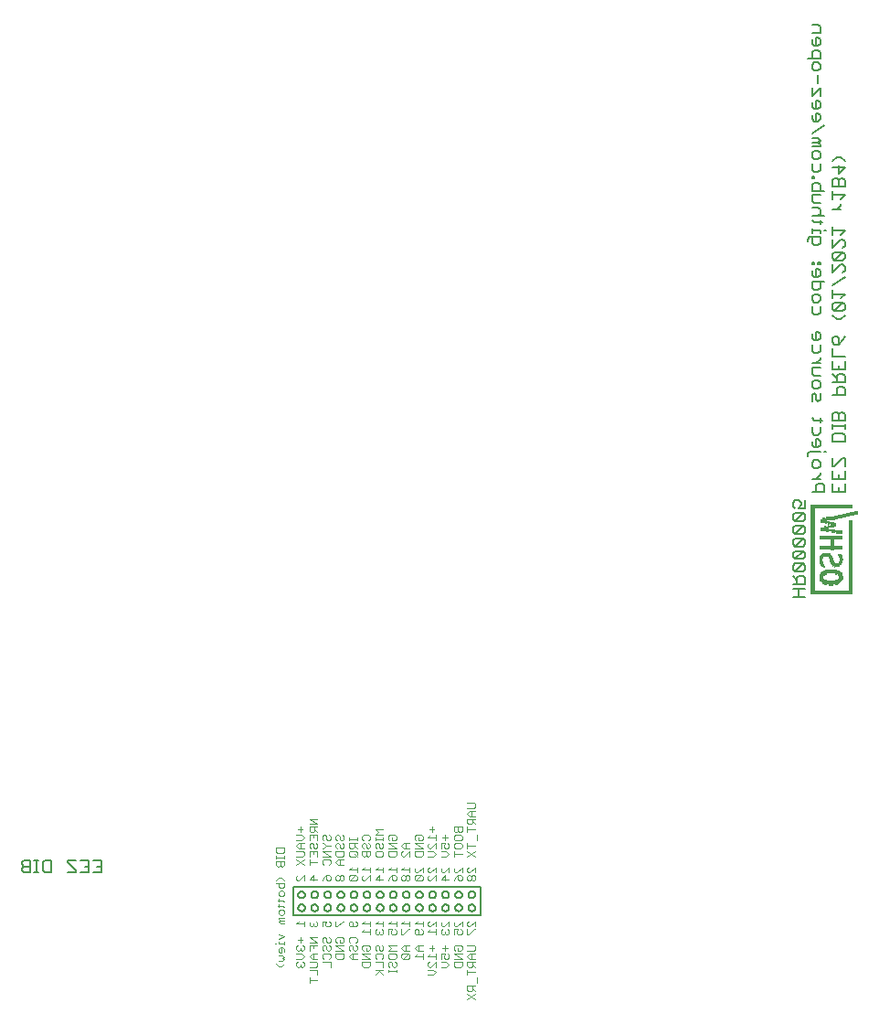
<source format=gbo>
G75*
%MOIN*%
%OFA0B0*%
%FSLAX25Y25*%
%IPPOS*%
%LPD*%
%AMOC8*
5,1,8,0,0,1.08239X$1,22.5*
%
%ADD10C,0.00500*%
%ADD11C,0.00300*%
%ADD12R,0.00300X0.32700*%
%ADD13R,0.00300X0.01500*%
%ADD14R,0.00300X0.02700*%
%ADD15R,0.00300X0.03000*%
%ADD16R,0.00300X0.03600*%
%ADD17R,0.00300X0.04200*%
%ADD18R,0.00300X0.04800*%
%ADD19R,0.00300X0.04500*%
%ADD20R,0.00300X0.02100*%
%ADD21R,0.00300X0.01800*%
%ADD22R,0.00300X0.01200*%
%ADD23R,0.00300X0.00600*%
%ADD24R,0.00300X0.00900*%
%ADD25R,0.00300X0.02400*%
%ADD26R,0.00300X0.03300*%
%ADD27R,0.00300X0.05400*%
%ADD28R,0.00300X0.03900*%
%ADD29R,0.00300X0.27000*%
%ADD30C,0.00600*%
D10*
X0359846Y0120520D02*
X0360597Y0119770D01*
X0362849Y0119770D01*
X0362849Y0124274D01*
X0360597Y0124274D01*
X0359846Y0123523D01*
X0359846Y0122772D01*
X0360597Y0122022D01*
X0362849Y0122022D01*
X0360597Y0122022D02*
X0359846Y0121271D01*
X0359846Y0120520D01*
X0364417Y0119770D02*
X0365918Y0119770D01*
X0365167Y0119770D02*
X0365167Y0124274D01*
X0364417Y0124274D02*
X0365918Y0124274D01*
X0367519Y0123523D02*
X0368270Y0124274D01*
X0370522Y0124274D01*
X0370522Y0119770D01*
X0368270Y0119770D01*
X0367519Y0120520D01*
X0367519Y0123523D01*
X0376727Y0123523D02*
X0379730Y0120520D01*
X0379730Y0119770D01*
X0376727Y0119770D01*
X0376727Y0123523D02*
X0376727Y0124274D01*
X0379730Y0124274D01*
X0381331Y0124274D02*
X0384334Y0124274D01*
X0384334Y0119770D01*
X0381331Y0119770D01*
X0382832Y0122022D02*
X0384334Y0122022D01*
X0385935Y0124274D02*
X0388938Y0124274D01*
X0388938Y0119770D01*
X0385935Y0119770D01*
X0387436Y0122022D02*
X0388938Y0122022D01*
X0458988Y0114720D02*
X0458988Y0104220D01*
X0527238Y0104220D01*
X0527238Y0114720D01*
X0458988Y0114720D01*
X0460738Y0111745D02*
X0460740Y0111815D01*
X0460746Y0111885D01*
X0460756Y0111954D01*
X0460769Y0112023D01*
X0460787Y0112091D01*
X0460808Y0112158D01*
X0460833Y0112223D01*
X0460862Y0112287D01*
X0460894Y0112350D01*
X0460930Y0112410D01*
X0460969Y0112468D01*
X0461011Y0112524D01*
X0461056Y0112578D01*
X0461104Y0112629D01*
X0461155Y0112677D01*
X0461209Y0112722D01*
X0461265Y0112764D01*
X0461323Y0112803D01*
X0461383Y0112839D01*
X0461446Y0112871D01*
X0461510Y0112900D01*
X0461575Y0112925D01*
X0461642Y0112946D01*
X0461710Y0112964D01*
X0461779Y0112977D01*
X0461848Y0112987D01*
X0461918Y0112993D01*
X0461988Y0112995D01*
X0462058Y0112993D01*
X0462128Y0112987D01*
X0462197Y0112977D01*
X0462266Y0112964D01*
X0462334Y0112946D01*
X0462401Y0112925D01*
X0462466Y0112900D01*
X0462530Y0112871D01*
X0462593Y0112839D01*
X0462653Y0112803D01*
X0462711Y0112764D01*
X0462767Y0112722D01*
X0462821Y0112677D01*
X0462872Y0112629D01*
X0462920Y0112578D01*
X0462965Y0112524D01*
X0463007Y0112468D01*
X0463046Y0112410D01*
X0463082Y0112350D01*
X0463114Y0112287D01*
X0463143Y0112223D01*
X0463168Y0112158D01*
X0463189Y0112091D01*
X0463207Y0112023D01*
X0463220Y0111954D01*
X0463230Y0111885D01*
X0463236Y0111815D01*
X0463238Y0111745D01*
X0463236Y0111675D01*
X0463230Y0111605D01*
X0463220Y0111536D01*
X0463207Y0111467D01*
X0463189Y0111399D01*
X0463168Y0111332D01*
X0463143Y0111267D01*
X0463114Y0111203D01*
X0463082Y0111140D01*
X0463046Y0111080D01*
X0463007Y0111022D01*
X0462965Y0110966D01*
X0462920Y0110912D01*
X0462872Y0110861D01*
X0462821Y0110813D01*
X0462767Y0110768D01*
X0462711Y0110726D01*
X0462653Y0110687D01*
X0462593Y0110651D01*
X0462530Y0110619D01*
X0462466Y0110590D01*
X0462401Y0110565D01*
X0462334Y0110544D01*
X0462266Y0110526D01*
X0462197Y0110513D01*
X0462128Y0110503D01*
X0462058Y0110497D01*
X0461988Y0110495D01*
X0461918Y0110497D01*
X0461848Y0110503D01*
X0461779Y0110513D01*
X0461710Y0110526D01*
X0461642Y0110544D01*
X0461575Y0110565D01*
X0461510Y0110590D01*
X0461446Y0110619D01*
X0461383Y0110651D01*
X0461323Y0110687D01*
X0461265Y0110726D01*
X0461209Y0110768D01*
X0461155Y0110813D01*
X0461104Y0110861D01*
X0461056Y0110912D01*
X0461011Y0110966D01*
X0460969Y0111022D01*
X0460930Y0111080D01*
X0460894Y0111140D01*
X0460862Y0111203D01*
X0460833Y0111267D01*
X0460808Y0111332D01*
X0460787Y0111399D01*
X0460769Y0111467D01*
X0460756Y0111536D01*
X0460746Y0111605D01*
X0460740Y0111675D01*
X0460738Y0111745D01*
X0460738Y0106970D02*
X0460740Y0107040D01*
X0460746Y0107110D01*
X0460756Y0107179D01*
X0460769Y0107248D01*
X0460787Y0107316D01*
X0460808Y0107383D01*
X0460833Y0107448D01*
X0460862Y0107512D01*
X0460894Y0107575D01*
X0460930Y0107635D01*
X0460969Y0107693D01*
X0461011Y0107749D01*
X0461056Y0107803D01*
X0461104Y0107854D01*
X0461155Y0107902D01*
X0461209Y0107947D01*
X0461265Y0107989D01*
X0461323Y0108028D01*
X0461383Y0108064D01*
X0461446Y0108096D01*
X0461510Y0108125D01*
X0461575Y0108150D01*
X0461642Y0108171D01*
X0461710Y0108189D01*
X0461779Y0108202D01*
X0461848Y0108212D01*
X0461918Y0108218D01*
X0461988Y0108220D01*
X0462058Y0108218D01*
X0462128Y0108212D01*
X0462197Y0108202D01*
X0462266Y0108189D01*
X0462334Y0108171D01*
X0462401Y0108150D01*
X0462466Y0108125D01*
X0462530Y0108096D01*
X0462593Y0108064D01*
X0462653Y0108028D01*
X0462711Y0107989D01*
X0462767Y0107947D01*
X0462821Y0107902D01*
X0462872Y0107854D01*
X0462920Y0107803D01*
X0462965Y0107749D01*
X0463007Y0107693D01*
X0463046Y0107635D01*
X0463082Y0107575D01*
X0463114Y0107512D01*
X0463143Y0107448D01*
X0463168Y0107383D01*
X0463189Y0107316D01*
X0463207Y0107248D01*
X0463220Y0107179D01*
X0463230Y0107110D01*
X0463236Y0107040D01*
X0463238Y0106970D01*
X0463236Y0106900D01*
X0463230Y0106830D01*
X0463220Y0106761D01*
X0463207Y0106692D01*
X0463189Y0106624D01*
X0463168Y0106557D01*
X0463143Y0106492D01*
X0463114Y0106428D01*
X0463082Y0106365D01*
X0463046Y0106305D01*
X0463007Y0106247D01*
X0462965Y0106191D01*
X0462920Y0106137D01*
X0462872Y0106086D01*
X0462821Y0106038D01*
X0462767Y0105993D01*
X0462711Y0105951D01*
X0462653Y0105912D01*
X0462593Y0105876D01*
X0462530Y0105844D01*
X0462466Y0105815D01*
X0462401Y0105790D01*
X0462334Y0105769D01*
X0462266Y0105751D01*
X0462197Y0105738D01*
X0462128Y0105728D01*
X0462058Y0105722D01*
X0461988Y0105720D01*
X0461918Y0105722D01*
X0461848Y0105728D01*
X0461779Y0105738D01*
X0461710Y0105751D01*
X0461642Y0105769D01*
X0461575Y0105790D01*
X0461510Y0105815D01*
X0461446Y0105844D01*
X0461383Y0105876D01*
X0461323Y0105912D01*
X0461265Y0105951D01*
X0461209Y0105993D01*
X0461155Y0106038D01*
X0461104Y0106086D01*
X0461056Y0106137D01*
X0461011Y0106191D01*
X0460969Y0106247D01*
X0460930Y0106305D01*
X0460894Y0106365D01*
X0460862Y0106428D01*
X0460833Y0106492D01*
X0460808Y0106557D01*
X0460787Y0106624D01*
X0460769Y0106692D01*
X0460756Y0106761D01*
X0460746Y0106830D01*
X0460740Y0106900D01*
X0460738Y0106970D01*
X0465513Y0106970D02*
X0465515Y0107040D01*
X0465521Y0107110D01*
X0465531Y0107179D01*
X0465544Y0107248D01*
X0465562Y0107316D01*
X0465583Y0107383D01*
X0465608Y0107448D01*
X0465637Y0107512D01*
X0465669Y0107575D01*
X0465705Y0107635D01*
X0465744Y0107693D01*
X0465786Y0107749D01*
X0465831Y0107803D01*
X0465879Y0107854D01*
X0465930Y0107902D01*
X0465984Y0107947D01*
X0466040Y0107989D01*
X0466098Y0108028D01*
X0466158Y0108064D01*
X0466221Y0108096D01*
X0466285Y0108125D01*
X0466350Y0108150D01*
X0466417Y0108171D01*
X0466485Y0108189D01*
X0466554Y0108202D01*
X0466623Y0108212D01*
X0466693Y0108218D01*
X0466763Y0108220D01*
X0466833Y0108218D01*
X0466903Y0108212D01*
X0466972Y0108202D01*
X0467041Y0108189D01*
X0467109Y0108171D01*
X0467176Y0108150D01*
X0467241Y0108125D01*
X0467305Y0108096D01*
X0467368Y0108064D01*
X0467428Y0108028D01*
X0467486Y0107989D01*
X0467542Y0107947D01*
X0467596Y0107902D01*
X0467647Y0107854D01*
X0467695Y0107803D01*
X0467740Y0107749D01*
X0467782Y0107693D01*
X0467821Y0107635D01*
X0467857Y0107575D01*
X0467889Y0107512D01*
X0467918Y0107448D01*
X0467943Y0107383D01*
X0467964Y0107316D01*
X0467982Y0107248D01*
X0467995Y0107179D01*
X0468005Y0107110D01*
X0468011Y0107040D01*
X0468013Y0106970D01*
X0468011Y0106900D01*
X0468005Y0106830D01*
X0467995Y0106761D01*
X0467982Y0106692D01*
X0467964Y0106624D01*
X0467943Y0106557D01*
X0467918Y0106492D01*
X0467889Y0106428D01*
X0467857Y0106365D01*
X0467821Y0106305D01*
X0467782Y0106247D01*
X0467740Y0106191D01*
X0467695Y0106137D01*
X0467647Y0106086D01*
X0467596Y0106038D01*
X0467542Y0105993D01*
X0467486Y0105951D01*
X0467428Y0105912D01*
X0467368Y0105876D01*
X0467305Y0105844D01*
X0467241Y0105815D01*
X0467176Y0105790D01*
X0467109Y0105769D01*
X0467041Y0105751D01*
X0466972Y0105738D01*
X0466903Y0105728D01*
X0466833Y0105722D01*
X0466763Y0105720D01*
X0466693Y0105722D01*
X0466623Y0105728D01*
X0466554Y0105738D01*
X0466485Y0105751D01*
X0466417Y0105769D01*
X0466350Y0105790D01*
X0466285Y0105815D01*
X0466221Y0105844D01*
X0466158Y0105876D01*
X0466098Y0105912D01*
X0466040Y0105951D01*
X0465984Y0105993D01*
X0465930Y0106038D01*
X0465879Y0106086D01*
X0465831Y0106137D01*
X0465786Y0106191D01*
X0465744Y0106247D01*
X0465705Y0106305D01*
X0465669Y0106365D01*
X0465637Y0106428D01*
X0465608Y0106492D01*
X0465583Y0106557D01*
X0465562Y0106624D01*
X0465544Y0106692D01*
X0465531Y0106761D01*
X0465521Y0106830D01*
X0465515Y0106900D01*
X0465513Y0106970D01*
X0465513Y0111745D02*
X0465515Y0111815D01*
X0465521Y0111885D01*
X0465531Y0111954D01*
X0465544Y0112023D01*
X0465562Y0112091D01*
X0465583Y0112158D01*
X0465608Y0112223D01*
X0465637Y0112287D01*
X0465669Y0112350D01*
X0465705Y0112410D01*
X0465744Y0112468D01*
X0465786Y0112524D01*
X0465831Y0112578D01*
X0465879Y0112629D01*
X0465930Y0112677D01*
X0465984Y0112722D01*
X0466040Y0112764D01*
X0466098Y0112803D01*
X0466158Y0112839D01*
X0466221Y0112871D01*
X0466285Y0112900D01*
X0466350Y0112925D01*
X0466417Y0112946D01*
X0466485Y0112964D01*
X0466554Y0112977D01*
X0466623Y0112987D01*
X0466693Y0112993D01*
X0466763Y0112995D01*
X0466833Y0112993D01*
X0466903Y0112987D01*
X0466972Y0112977D01*
X0467041Y0112964D01*
X0467109Y0112946D01*
X0467176Y0112925D01*
X0467241Y0112900D01*
X0467305Y0112871D01*
X0467368Y0112839D01*
X0467428Y0112803D01*
X0467486Y0112764D01*
X0467542Y0112722D01*
X0467596Y0112677D01*
X0467647Y0112629D01*
X0467695Y0112578D01*
X0467740Y0112524D01*
X0467782Y0112468D01*
X0467821Y0112410D01*
X0467857Y0112350D01*
X0467889Y0112287D01*
X0467918Y0112223D01*
X0467943Y0112158D01*
X0467964Y0112091D01*
X0467982Y0112023D01*
X0467995Y0111954D01*
X0468005Y0111885D01*
X0468011Y0111815D01*
X0468013Y0111745D01*
X0468011Y0111675D01*
X0468005Y0111605D01*
X0467995Y0111536D01*
X0467982Y0111467D01*
X0467964Y0111399D01*
X0467943Y0111332D01*
X0467918Y0111267D01*
X0467889Y0111203D01*
X0467857Y0111140D01*
X0467821Y0111080D01*
X0467782Y0111022D01*
X0467740Y0110966D01*
X0467695Y0110912D01*
X0467647Y0110861D01*
X0467596Y0110813D01*
X0467542Y0110768D01*
X0467486Y0110726D01*
X0467428Y0110687D01*
X0467368Y0110651D01*
X0467305Y0110619D01*
X0467241Y0110590D01*
X0467176Y0110565D01*
X0467109Y0110544D01*
X0467041Y0110526D01*
X0466972Y0110513D01*
X0466903Y0110503D01*
X0466833Y0110497D01*
X0466763Y0110495D01*
X0466693Y0110497D01*
X0466623Y0110503D01*
X0466554Y0110513D01*
X0466485Y0110526D01*
X0466417Y0110544D01*
X0466350Y0110565D01*
X0466285Y0110590D01*
X0466221Y0110619D01*
X0466158Y0110651D01*
X0466098Y0110687D01*
X0466040Y0110726D01*
X0465984Y0110768D01*
X0465930Y0110813D01*
X0465879Y0110861D01*
X0465831Y0110912D01*
X0465786Y0110966D01*
X0465744Y0111022D01*
X0465705Y0111080D01*
X0465669Y0111140D01*
X0465637Y0111203D01*
X0465608Y0111267D01*
X0465583Y0111332D01*
X0465562Y0111399D01*
X0465544Y0111467D01*
X0465531Y0111536D01*
X0465521Y0111605D01*
X0465515Y0111675D01*
X0465513Y0111745D01*
X0470288Y0111745D02*
X0470290Y0111815D01*
X0470296Y0111885D01*
X0470306Y0111954D01*
X0470319Y0112023D01*
X0470337Y0112091D01*
X0470358Y0112158D01*
X0470383Y0112223D01*
X0470412Y0112287D01*
X0470444Y0112350D01*
X0470480Y0112410D01*
X0470519Y0112468D01*
X0470561Y0112524D01*
X0470606Y0112578D01*
X0470654Y0112629D01*
X0470705Y0112677D01*
X0470759Y0112722D01*
X0470815Y0112764D01*
X0470873Y0112803D01*
X0470933Y0112839D01*
X0470996Y0112871D01*
X0471060Y0112900D01*
X0471125Y0112925D01*
X0471192Y0112946D01*
X0471260Y0112964D01*
X0471329Y0112977D01*
X0471398Y0112987D01*
X0471468Y0112993D01*
X0471538Y0112995D01*
X0471608Y0112993D01*
X0471678Y0112987D01*
X0471747Y0112977D01*
X0471816Y0112964D01*
X0471884Y0112946D01*
X0471951Y0112925D01*
X0472016Y0112900D01*
X0472080Y0112871D01*
X0472143Y0112839D01*
X0472203Y0112803D01*
X0472261Y0112764D01*
X0472317Y0112722D01*
X0472371Y0112677D01*
X0472422Y0112629D01*
X0472470Y0112578D01*
X0472515Y0112524D01*
X0472557Y0112468D01*
X0472596Y0112410D01*
X0472632Y0112350D01*
X0472664Y0112287D01*
X0472693Y0112223D01*
X0472718Y0112158D01*
X0472739Y0112091D01*
X0472757Y0112023D01*
X0472770Y0111954D01*
X0472780Y0111885D01*
X0472786Y0111815D01*
X0472788Y0111745D01*
X0472786Y0111675D01*
X0472780Y0111605D01*
X0472770Y0111536D01*
X0472757Y0111467D01*
X0472739Y0111399D01*
X0472718Y0111332D01*
X0472693Y0111267D01*
X0472664Y0111203D01*
X0472632Y0111140D01*
X0472596Y0111080D01*
X0472557Y0111022D01*
X0472515Y0110966D01*
X0472470Y0110912D01*
X0472422Y0110861D01*
X0472371Y0110813D01*
X0472317Y0110768D01*
X0472261Y0110726D01*
X0472203Y0110687D01*
X0472143Y0110651D01*
X0472080Y0110619D01*
X0472016Y0110590D01*
X0471951Y0110565D01*
X0471884Y0110544D01*
X0471816Y0110526D01*
X0471747Y0110513D01*
X0471678Y0110503D01*
X0471608Y0110497D01*
X0471538Y0110495D01*
X0471468Y0110497D01*
X0471398Y0110503D01*
X0471329Y0110513D01*
X0471260Y0110526D01*
X0471192Y0110544D01*
X0471125Y0110565D01*
X0471060Y0110590D01*
X0470996Y0110619D01*
X0470933Y0110651D01*
X0470873Y0110687D01*
X0470815Y0110726D01*
X0470759Y0110768D01*
X0470705Y0110813D01*
X0470654Y0110861D01*
X0470606Y0110912D01*
X0470561Y0110966D01*
X0470519Y0111022D01*
X0470480Y0111080D01*
X0470444Y0111140D01*
X0470412Y0111203D01*
X0470383Y0111267D01*
X0470358Y0111332D01*
X0470337Y0111399D01*
X0470319Y0111467D01*
X0470306Y0111536D01*
X0470296Y0111605D01*
X0470290Y0111675D01*
X0470288Y0111745D01*
X0470288Y0106970D02*
X0470290Y0107040D01*
X0470296Y0107110D01*
X0470306Y0107179D01*
X0470319Y0107248D01*
X0470337Y0107316D01*
X0470358Y0107383D01*
X0470383Y0107448D01*
X0470412Y0107512D01*
X0470444Y0107575D01*
X0470480Y0107635D01*
X0470519Y0107693D01*
X0470561Y0107749D01*
X0470606Y0107803D01*
X0470654Y0107854D01*
X0470705Y0107902D01*
X0470759Y0107947D01*
X0470815Y0107989D01*
X0470873Y0108028D01*
X0470933Y0108064D01*
X0470996Y0108096D01*
X0471060Y0108125D01*
X0471125Y0108150D01*
X0471192Y0108171D01*
X0471260Y0108189D01*
X0471329Y0108202D01*
X0471398Y0108212D01*
X0471468Y0108218D01*
X0471538Y0108220D01*
X0471608Y0108218D01*
X0471678Y0108212D01*
X0471747Y0108202D01*
X0471816Y0108189D01*
X0471884Y0108171D01*
X0471951Y0108150D01*
X0472016Y0108125D01*
X0472080Y0108096D01*
X0472143Y0108064D01*
X0472203Y0108028D01*
X0472261Y0107989D01*
X0472317Y0107947D01*
X0472371Y0107902D01*
X0472422Y0107854D01*
X0472470Y0107803D01*
X0472515Y0107749D01*
X0472557Y0107693D01*
X0472596Y0107635D01*
X0472632Y0107575D01*
X0472664Y0107512D01*
X0472693Y0107448D01*
X0472718Y0107383D01*
X0472739Y0107316D01*
X0472757Y0107248D01*
X0472770Y0107179D01*
X0472780Y0107110D01*
X0472786Y0107040D01*
X0472788Y0106970D01*
X0472786Y0106900D01*
X0472780Y0106830D01*
X0472770Y0106761D01*
X0472757Y0106692D01*
X0472739Y0106624D01*
X0472718Y0106557D01*
X0472693Y0106492D01*
X0472664Y0106428D01*
X0472632Y0106365D01*
X0472596Y0106305D01*
X0472557Y0106247D01*
X0472515Y0106191D01*
X0472470Y0106137D01*
X0472422Y0106086D01*
X0472371Y0106038D01*
X0472317Y0105993D01*
X0472261Y0105951D01*
X0472203Y0105912D01*
X0472143Y0105876D01*
X0472080Y0105844D01*
X0472016Y0105815D01*
X0471951Y0105790D01*
X0471884Y0105769D01*
X0471816Y0105751D01*
X0471747Y0105738D01*
X0471678Y0105728D01*
X0471608Y0105722D01*
X0471538Y0105720D01*
X0471468Y0105722D01*
X0471398Y0105728D01*
X0471329Y0105738D01*
X0471260Y0105751D01*
X0471192Y0105769D01*
X0471125Y0105790D01*
X0471060Y0105815D01*
X0470996Y0105844D01*
X0470933Y0105876D01*
X0470873Y0105912D01*
X0470815Y0105951D01*
X0470759Y0105993D01*
X0470705Y0106038D01*
X0470654Y0106086D01*
X0470606Y0106137D01*
X0470561Y0106191D01*
X0470519Y0106247D01*
X0470480Y0106305D01*
X0470444Y0106365D01*
X0470412Y0106428D01*
X0470383Y0106492D01*
X0470358Y0106557D01*
X0470337Y0106624D01*
X0470319Y0106692D01*
X0470306Y0106761D01*
X0470296Y0106830D01*
X0470290Y0106900D01*
X0470288Y0106970D01*
X0475063Y0106970D02*
X0475065Y0107040D01*
X0475071Y0107110D01*
X0475081Y0107179D01*
X0475094Y0107248D01*
X0475112Y0107316D01*
X0475133Y0107383D01*
X0475158Y0107448D01*
X0475187Y0107512D01*
X0475219Y0107575D01*
X0475255Y0107635D01*
X0475294Y0107693D01*
X0475336Y0107749D01*
X0475381Y0107803D01*
X0475429Y0107854D01*
X0475480Y0107902D01*
X0475534Y0107947D01*
X0475590Y0107989D01*
X0475648Y0108028D01*
X0475708Y0108064D01*
X0475771Y0108096D01*
X0475835Y0108125D01*
X0475900Y0108150D01*
X0475967Y0108171D01*
X0476035Y0108189D01*
X0476104Y0108202D01*
X0476173Y0108212D01*
X0476243Y0108218D01*
X0476313Y0108220D01*
X0476383Y0108218D01*
X0476453Y0108212D01*
X0476522Y0108202D01*
X0476591Y0108189D01*
X0476659Y0108171D01*
X0476726Y0108150D01*
X0476791Y0108125D01*
X0476855Y0108096D01*
X0476918Y0108064D01*
X0476978Y0108028D01*
X0477036Y0107989D01*
X0477092Y0107947D01*
X0477146Y0107902D01*
X0477197Y0107854D01*
X0477245Y0107803D01*
X0477290Y0107749D01*
X0477332Y0107693D01*
X0477371Y0107635D01*
X0477407Y0107575D01*
X0477439Y0107512D01*
X0477468Y0107448D01*
X0477493Y0107383D01*
X0477514Y0107316D01*
X0477532Y0107248D01*
X0477545Y0107179D01*
X0477555Y0107110D01*
X0477561Y0107040D01*
X0477563Y0106970D01*
X0477561Y0106900D01*
X0477555Y0106830D01*
X0477545Y0106761D01*
X0477532Y0106692D01*
X0477514Y0106624D01*
X0477493Y0106557D01*
X0477468Y0106492D01*
X0477439Y0106428D01*
X0477407Y0106365D01*
X0477371Y0106305D01*
X0477332Y0106247D01*
X0477290Y0106191D01*
X0477245Y0106137D01*
X0477197Y0106086D01*
X0477146Y0106038D01*
X0477092Y0105993D01*
X0477036Y0105951D01*
X0476978Y0105912D01*
X0476918Y0105876D01*
X0476855Y0105844D01*
X0476791Y0105815D01*
X0476726Y0105790D01*
X0476659Y0105769D01*
X0476591Y0105751D01*
X0476522Y0105738D01*
X0476453Y0105728D01*
X0476383Y0105722D01*
X0476313Y0105720D01*
X0476243Y0105722D01*
X0476173Y0105728D01*
X0476104Y0105738D01*
X0476035Y0105751D01*
X0475967Y0105769D01*
X0475900Y0105790D01*
X0475835Y0105815D01*
X0475771Y0105844D01*
X0475708Y0105876D01*
X0475648Y0105912D01*
X0475590Y0105951D01*
X0475534Y0105993D01*
X0475480Y0106038D01*
X0475429Y0106086D01*
X0475381Y0106137D01*
X0475336Y0106191D01*
X0475294Y0106247D01*
X0475255Y0106305D01*
X0475219Y0106365D01*
X0475187Y0106428D01*
X0475158Y0106492D01*
X0475133Y0106557D01*
X0475112Y0106624D01*
X0475094Y0106692D01*
X0475081Y0106761D01*
X0475071Y0106830D01*
X0475065Y0106900D01*
X0475063Y0106970D01*
X0475063Y0111745D02*
X0475065Y0111815D01*
X0475071Y0111885D01*
X0475081Y0111954D01*
X0475094Y0112023D01*
X0475112Y0112091D01*
X0475133Y0112158D01*
X0475158Y0112223D01*
X0475187Y0112287D01*
X0475219Y0112350D01*
X0475255Y0112410D01*
X0475294Y0112468D01*
X0475336Y0112524D01*
X0475381Y0112578D01*
X0475429Y0112629D01*
X0475480Y0112677D01*
X0475534Y0112722D01*
X0475590Y0112764D01*
X0475648Y0112803D01*
X0475708Y0112839D01*
X0475771Y0112871D01*
X0475835Y0112900D01*
X0475900Y0112925D01*
X0475967Y0112946D01*
X0476035Y0112964D01*
X0476104Y0112977D01*
X0476173Y0112987D01*
X0476243Y0112993D01*
X0476313Y0112995D01*
X0476383Y0112993D01*
X0476453Y0112987D01*
X0476522Y0112977D01*
X0476591Y0112964D01*
X0476659Y0112946D01*
X0476726Y0112925D01*
X0476791Y0112900D01*
X0476855Y0112871D01*
X0476918Y0112839D01*
X0476978Y0112803D01*
X0477036Y0112764D01*
X0477092Y0112722D01*
X0477146Y0112677D01*
X0477197Y0112629D01*
X0477245Y0112578D01*
X0477290Y0112524D01*
X0477332Y0112468D01*
X0477371Y0112410D01*
X0477407Y0112350D01*
X0477439Y0112287D01*
X0477468Y0112223D01*
X0477493Y0112158D01*
X0477514Y0112091D01*
X0477532Y0112023D01*
X0477545Y0111954D01*
X0477555Y0111885D01*
X0477561Y0111815D01*
X0477563Y0111745D01*
X0477561Y0111675D01*
X0477555Y0111605D01*
X0477545Y0111536D01*
X0477532Y0111467D01*
X0477514Y0111399D01*
X0477493Y0111332D01*
X0477468Y0111267D01*
X0477439Y0111203D01*
X0477407Y0111140D01*
X0477371Y0111080D01*
X0477332Y0111022D01*
X0477290Y0110966D01*
X0477245Y0110912D01*
X0477197Y0110861D01*
X0477146Y0110813D01*
X0477092Y0110768D01*
X0477036Y0110726D01*
X0476978Y0110687D01*
X0476918Y0110651D01*
X0476855Y0110619D01*
X0476791Y0110590D01*
X0476726Y0110565D01*
X0476659Y0110544D01*
X0476591Y0110526D01*
X0476522Y0110513D01*
X0476453Y0110503D01*
X0476383Y0110497D01*
X0476313Y0110495D01*
X0476243Y0110497D01*
X0476173Y0110503D01*
X0476104Y0110513D01*
X0476035Y0110526D01*
X0475967Y0110544D01*
X0475900Y0110565D01*
X0475835Y0110590D01*
X0475771Y0110619D01*
X0475708Y0110651D01*
X0475648Y0110687D01*
X0475590Y0110726D01*
X0475534Y0110768D01*
X0475480Y0110813D01*
X0475429Y0110861D01*
X0475381Y0110912D01*
X0475336Y0110966D01*
X0475294Y0111022D01*
X0475255Y0111080D01*
X0475219Y0111140D01*
X0475187Y0111203D01*
X0475158Y0111267D01*
X0475133Y0111332D01*
X0475112Y0111399D01*
X0475094Y0111467D01*
X0475081Y0111536D01*
X0475071Y0111605D01*
X0475065Y0111675D01*
X0475063Y0111745D01*
X0479838Y0111745D02*
X0479840Y0111815D01*
X0479846Y0111885D01*
X0479856Y0111954D01*
X0479869Y0112023D01*
X0479887Y0112091D01*
X0479908Y0112158D01*
X0479933Y0112223D01*
X0479962Y0112287D01*
X0479994Y0112350D01*
X0480030Y0112410D01*
X0480069Y0112468D01*
X0480111Y0112524D01*
X0480156Y0112578D01*
X0480204Y0112629D01*
X0480255Y0112677D01*
X0480309Y0112722D01*
X0480365Y0112764D01*
X0480423Y0112803D01*
X0480483Y0112839D01*
X0480546Y0112871D01*
X0480610Y0112900D01*
X0480675Y0112925D01*
X0480742Y0112946D01*
X0480810Y0112964D01*
X0480879Y0112977D01*
X0480948Y0112987D01*
X0481018Y0112993D01*
X0481088Y0112995D01*
X0481158Y0112993D01*
X0481228Y0112987D01*
X0481297Y0112977D01*
X0481366Y0112964D01*
X0481434Y0112946D01*
X0481501Y0112925D01*
X0481566Y0112900D01*
X0481630Y0112871D01*
X0481693Y0112839D01*
X0481753Y0112803D01*
X0481811Y0112764D01*
X0481867Y0112722D01*
X0481921Y0112677D01*
X0481972Y0112629D01*
X0482020Y0112578D01*
X0482065Y0112524D01*
X0482107Y0112468D01*
X0482146Y0112410D01*
X0482182Y0112350D01*
X0482214Y0112287D01*
X0482243Y0112223D01*
X0482268Y0112158D01*
X0482289Y0112091D01*
X0482307Y0112023D01*
X0482320Y0111954D01*
X0482330Y0111885D01*
X0482336Y0111815D01*
X0482338Y0111745D01*
X0482336Y0111675D01*
X0482330Y0111605D01*
X0482320Y0111536D01*
X0482307Y0111467D01*
X0482289Y0111399D01*
X0482268Y0111332D01*
X0482243Y0111267D01*
X0482214Y0111203D01*
X0482182Y0111140D01*
X0482146Y0111080D01*
X0482107Y0111022D01*
X0482065Y0110966D01*
X0482020Y0110912D01*
X0481972Y0110861D01*
X0481921Y0110813D01*
X0481867Y0110768D01*
X0481811Y0110726D01*
X0481753Y0110687D01*
X0481693Y0110651D01*
X0481630Y0110619D01*
X0481566Y0110590D01*
X0481501Y0110565D01*
X0481434Y0110544D01*
X0481366Y0110526D01*
X0481297Y0110513D01*
X0481228Y0110503D01*
X0481158Y0110497D01*
X0481088Y0110495D01*
X0481018Y0110497D01*
X0480948Y0110503D01*
X0480879Y0110513D01*
X0480810Y0110526D01*
X0480742Y0110544D01*
X0480675Y0110565D01*
X0480610Y0110590D01*
X0480546Y0110619D01*
X0480483Y0110651D01*
X0480423Y0110687D01*
X0480365Y0110726D01*
X0480309Y0110768D01*
X0480255Y0110813D01*
X0480204Y0110861D01*
X0480156Y0110912D01*
X0480111Y0110966D01*
X0480069Y0111022D01*
X0480030Y0111080D01*
X0479994Y0111140D01*
X0479962Y0111203D01*
X0479933Y0111267D01*
X0479908Y0111332D01*
X0479887Y0111399D01*
X0479869Y0111467D01*
X0479856Y0111536D01*
X0479846Y0111605D01*
X0479840Y0111675D01*
X0479838Y0111745D01*
X0479838Y0106970D02*
X0479840Y0107040D01*
X0479846Y0107110D01*
X0479856Y0107179D01*
X0479869Y0107248D01*
X0479887Y0107316D01*
X0479908Y0107383D01*
X0479933Y0107448D01*
X0479962Y0107512D01*
X0479994Y0107575D01*
X0480030Y0107635D01*
X0480069Y0107693D01*
X0480111Y0107749D01*
X0480156Y0107803D01*
X0480204Y0107854D01*
X0480255Y0107902D01*
X0480309Y0107947D01*
X0480365Y0107989D01*
X0480423Y0108028D01*
X0480483Y0108064D01*
X0480546Y0108096D01*
X0480610Y0108125D01*
X0480675Y0108150D01*
X0480742Y0108171D01*
X0480810Y0108189D01*
X0480879Y0108202D01*
X0480948Y0108212D01*
X0481018Y0108218D01*
X0481088Y0108220D01*
X0481158Y0108218D01*
X0481228Y0108212D01*
X0481297Y0108202D01*
X0481366Y0108189D01*
X0481434Y0108171D01*
X0481501Y0108150D01*
X0481566Y0108125D01*
X0481630Y0108096D01*
X0481693Y0108064D01*
X0481753Y0108028D01*
X0481811Y0107989D01*
X0481867Y0107947D01*
X0481921Y0107902D01*
X0481972Y0107854D01*
X0482020Y0107803D01*
X0482065Y0107749D01*
X0482107Y0107693D01*
X0482146Y0107635D01*
X0482182Y0107575D01*
X0482214Y0107512D01*
X0482243Y0107448D01*
X0482268Y0107383D01*
X0482289Y0107316D01*
X0482307Y0107248D01*
X0482320Y0107179D01*
X0482330Y0107110D01*
X0482336Y0107040D01*
X0482338Y0106970D01*
X0482336Y0106900D01*
X0482330Y0106830D01*
X0482320Y0106761D01*
X0482307Y0106692D01*
X0482289Y0106624D01*
X0482268Y0106557D01*
X0482243Y0106492D01*
X0482214Y0106428D01*
X0482182Y0106365D01*
X0482146Y0106305D01*
X0482107Y0106247D01*
X0482065Y0106191D01*
X0482020Y0106137D01*
X0481972Y0106086D01*
X0481921Y0106038D01*
X0481867Y0105993D01*
X0481811Y0105951D01*
X0481753Y0105912D01*
X0481693Y0105876D01*
X0481630Y0105844D01*
X0481566Y0105815D01*
X0481501Y0105790D01*
X0481434Y0105769D01*
X0481366Y0105751D01*
X0481297Y0105738D01*
X0481228Y0105728D01*
X0481158Y0105722D01*
X0481088Y0105720D01*
X0481018Y0105722D01*
X0480948Y0105728D01*
X0480879Y0105738D01*
X0480810Y0105751D01*
X0480742Y0105769D01*
X0480675Y0105790D01*
X0480610Y0105815D01*
X0480546Y0105844D01*
X0480483Y0105876D01*
X0480423Y0105912D01*
X0480365Y0105951D01*
X0480309Y0105993D01*
X0480255Y0106038D01*
X0480204Y0106086D01*
X0480156Y0106137D01*
X0480111Y0106191D01*
X0480069Y0106247D01*
X0480030Y0106305D01*
X0479994Y0106365D01*
X0479962Y0106428D01*
X0479933Y0106492D01*
X0479908Y0106557D01*
X0479887Y0106624D01*
X0479869Y0106692D01*
X0479856Y0106761D01*
X0479846Y0106830D01*
X0479840Y0106900D01*
X0479838Y0106970D01*
X0484613Y0106970D02*
X0484615Y0107040D01*
X0484621Y0107110D01*
X0484631Y0107179D01*
X0484644Y0107248D01*
X0484662Y0107316D01*
X0484683Y0107383D01*
X0484708Y0107448D01*
X0484737Y0107512D01*
X0484769Y0107575D01*
X0484805Y0107635D01*
X0484844Y0107693D01*
X0484886Y0107749D01*
X0484931Y0107803D01*
X0484979Y0107854D01*
X0485030Y0107902D01*
X0485084Y0107947D01*
X0485140Y0107989D01*
X0485198Y0108028D01*
X0485258Y0108064D01*
X0485321Y0108096D01*
X0485385Y0108125D01*
X0485450Y0108150D01*
X0485517Y0108171D01*
X0485585Y0108189D01*
X0485654Y0108202D01*
X0485723Y0108212D01*
X0485793Y0108218D01*
X0485863Y0108220D01*
X0485933Y0108218D01*
X0486003Y0108212D01*
X0486072Y0108202D01*
X0486141Y0108189D01*
X0486209Y0108171D01*
X0486276Y0108150D01*
X0486341Y0108125D01*
X0486405Y0108096D01*
X0486468Y0108064D01*
X0486528Y0108028D01*
X0486586Y0107989D01*
X0486642Y0107947D01*
X0486696Y0107902D01*
X0486747Y0107854D01*
X0486795Y0107803D01*
X0486840Y0107749D01*
X0486882Y0107693D01*
X0486921Y0107635D01*
X0486957Y0107575D01*
X0486989Y0107512D01*
X0487018Y0107448D01*
X0487043Y0107383D01*
X0487064Y0107316D01*
X0487082Y0107248D01*
X0487095Y0107179D01*
X0487105Y0107110D01*
X0487111Y0107040D01*
X0487113Y0106970D01*
X0487111Y0106900D01*
X0487105Y0106830D01*
X0487095Y0106761D01*
X0487082Y0106692D01*
X0487064Y0106624D01*
X0487043Y0106557D01*
X0487018Y0106492D01*
X0486989Y0106428D01*
X0486957Y0106365D01*
X0486921Y0106305D01*
X0486882Y0106247D01*
X0486840Y0106191D01*
X0486795Y0106137D01*
X0486747Y0106086D01*
X0486696Y0106038D01*
X0486642Y0105993D01*
X0486586Y0105951D01*
X0486528Y0105912D01*
X0486468Y0105876D01*
X0486405Y0105844D01*
X0486341Y0105815D01*
X0486276Y0105790D01*
X0486209Y0105769D01*
X0486141Y0105751D01*
X0486072Y0105738D01*
X0486003Y0105728D01*
X0485933Y0105722D01*
X0485863Y0105720D01*
X0485793Y0105722D01*
X0485723Y0105728D01*
X0485654Y0105738D01*
X0485585Y0105751D01*
X0485517Y0105769D01*
X0485450Y0105790D01*
X0485385Y0105815D01*
X0485321Y0105844D01*
X0485258Y0105876D01*
X0485198Y0105912D01*
X0485140Y0105951D01*
X0485084Y0105993D01*
X0485030Y0106038D01*
X0484979Y0106086D01*
X0484931Y0106137D01*
X0484886Y0106191D01*
X0484844Y0106247D01*
X0484805Y0106305D01*
X0484769Y0106365D01*
X0484737Y0106428D01*
X0484708Y0106492D01*
X0484683Y0106557D01*
X0484662Y0106624D01*
X0484644Y0106692D01*
X0484631Y0106761D01*
X0484621Y0106830D01*
X0484615Y0106900D01*
X0484613Y0106970D01*
X0484613Y0111745D02*
X0484615Y0111815D01*
X0484621Y0111885D01*
X0484631Y0111954D01*
X0484644Y0112023D01*
X0484662Y0112091D01*
X0484683Y0112158D01*
X0484708Y0112223D01*
X0484737Y0112287D01*
X0484769Y0112350D01*
X0484805Y0112410D01*
X0484844Y0112468D01*
X0484886Y0112524D01*
X0484931Y0112578D01*
X0484979Y0112629D01*
X0485030Y0112677D01*
X0485084Y0112722D01*
X0485140Y0112764D01*
X0485198Y0112803D01*
X0485258Y0112839D01*
X0485321Y0112871D01*
X0485385Y0112900D01*
X0485450Y0112925D01*
X0485517Y0112946D01*
X0485585Y0112964D01*
X0485654Y0112977D01*
X0485723Y0112987D01*
X0485793Y0112993D01*
X0485863Y0112995D01*
X0485933Y0112993D01*
X0486003Y0112987D01*
X0486072Y0112977D01*
X0486141Y0112964D01*
X0486209Y0112946D01*
X0486276Y0112925D01*
X0486341Y0112900D01*
X0486405Y0112871D01*
X0486468Y0112839D01*
X0486528Y0112803D01*
X0486586Y0112764D01*
X0486642Y0112722D01*
X0486696Y0112677D01*
X0486747Y0112629D01*
X0486795Y0112578D01*
X0486840Y0112524D01*
X0486882Y0112468D01*
X0486921Y0112410D01*
X0486957Y0112350D01*
X0486989Y0112287D01*
X0487018Y0112223D01*
X0487043Y0112158D01*
X0487064Y0112091D01*
X0487082Y0112023D01*
X0487095Y0111954D01*
X0487105Y0111885D01*
X0487111Y0111815D01*
X0487113Y0111745D01*
X0487111Y0111675D01*
X0487105Y0111605D01*
X0487095Y0111536D01*
X0487082Y0111467D01*
X0487064Y0111399D01*
X0487043Y0111332D01*
X0487018Y0111267D01*
X0486989Y0111203D01*
X0486957Y0111140D01*
X0486921Y0111080D01*
X0486882Y0111022D01*
X0486840Y0110966D01*
X0486795Y0110912D01*
X0486747Y0110861D01*
X0486696Y0110813D01*
X0486642Y0110768D01*
X0486586Y0110726D01*
X0486528Y0110687D01*
X0486468Y0110651D01*
X0486405Y0110619D01*
X0486341Y0110590D01*
X0486276Y0110565D01*
X0486209Y0110544D01*
X0486141Y0110526D01*
X0486072Y0110513D01*
X0486003Y0110503D01*
X0485933Y0110497D01*
X0485863Y0110495D01*
X0485793Y0110497D01*
X0485723Y0110503D01*
X0485654Y0110513D01*
X0485585Y0110526D01*
X0485517Y0110544D01*
X0485450Y0110565D01*
X0485385Y0110590D01*
X0485321Y0110619D01*
X0485258Y0110651D01*
X0485198Y0110687D01*
X0485140Y0110726D01*
X0485084Y0110768D01*
X0485030Y0110813D01*
X0484979Y0110861D01*
X0484931Y0110912D01*
X0484886Y0110966D01*
X0484844Y0111022D01*
X0484805Y0111080D01*
X0484769Y0111140D01*
X0484737Y0111203D01*
X0484708Y0111267D01*
X0484683Y0111332D01*
X0484662Y0111399D01*
X0484644Y0111467D01*
X0484631Y0111536D01*
X0484621Y0111605D01*
X0484615Y0111675D01*
X0484613Y0111745D01*
X0489388Y0111745D02*
X0489390Y0111815D01*
X0489396Y0111885D01*
X0489406Y0111954D01*
X0489419Y0112023D01*
X0489437Y0112091D01*
X0489458Y0112158D01*
X0489483Y0112223D01*
X0489512Y0112287D01*
X0489544Y0112350D01*
X0489580Y0112410D01*
X0489619Y0112468D01*
X0489661Y0112524D01*
X0489706Y0112578D01*
X0489754Y0112629D01*
X0489805Y0112677D01*
X0489859Y0112722D01*
X0489915Y0112764D01*
X0489973Y0112803D01*
X0490033Y0112839D01*
X0490096Y0112871D01*
X0490160Y0112900D01*
X0490225Y0112925D01*
X0490292Y0112946D01*
X0490360Y0112964D01*
X0490429Y0112977D01*
X0490498Y0112987D01*
X0490568Y0112993D01*
X0490638Y0112995D01*
X0490708Y0112993D01*
X0490778Y0112987D01*
X0490847Y0112977D01*
X0490916Y0112964D01*
X0490984Y0112946D01*
X0491051Y0112925D01*
X0491116Y0112900D01*
X0491180Y0112871D01*
X0491243Y0112839D01*
X0491303Y0112803D01*
X0491361Y0112764D01*
X0491417Y0112722D01*
X0491471Y0112677D01*
X0491522Y0112629D01*
X0491570Y0112578D01*
X0491615Y0112524D01*
X0491657Y0112468D01*
X0491696Y0112410D01*
X0491732Y0112350D01*
X0491764Y0112287D01*
X0491793Y0112223D01*
X0491818Y0112158D01*
X0491839Y0112091D01*
X0491857Y0112023D01*
X0491870Y0111954D01*
X0491880Y0111885D01*
X0491886Y0111815D01*
X0491888Y0111745D01*
X0491886Y0111675D01*
X0491880Y0111605D01*
X0491870Y0111536D01*
X0491857Y0111467D01*
X0491839Y0111399D01*
X0491818Y0111332D01*
X0491793Y0111267D01*
X0491764Y0111203D01*
X0491732Y0111140D01*
X0491696Y0111080D01*
X0491657Y0111022D01*
X0491615Y0110966D01*
X0491570Y0110912D01*
X0491522Y0110861D01*
X0491471Y0110813D01*
X0491417Y0110768D01*
X0491361Y0110726D01*
X0491303Y0110687D01*
X0491243Y0110651D01*
X0491180Y0110619D01*
X0491116Y0110590D01*
X0491051Y0110565D01*
X0490984Y0110544D01*
X0490916Y0110526D01*
X0490847Y0110513D01*
X0490778Y0110503D01*
X0490708Y0110497D01*
X0490638Y0110495D01*
X0490568Y0110497D01*
X0490498Y0110503D01*
X0490429Y0110513D01*
X0490360Y0110526D01*
X0490292Y0110544D01*
X0490225Y0110565D01*
X0490160Y0110590D01*
X0490096Y0110619D01*
X0490033Y0110651D01*
X0489973Y0110687D01*
X0489915Y0110726D01*
X0489859Y0110768D01*
X0489805Y0110813D01*
X0489754Y0110861D01*
X0489706Y0110912D01*
X0489661Y0110966D01*
X0489619Y0111022D01*
X0489580Y0111080D01*
X0489544Y0111140D01*
X0489512Y0111203D01*
X0489483Y0111267D01*
X0489458Y0111332D01*
X0489437Y0111399D01*
X0489419Y0111467D01*
X0489406Y0111536D01*
X0489396Y0111605D01*
X0489390Y0111675D01*
X0489388Y0111745D01*
X0489388Y0106970D02*
X0489390Y0107040D01*
X0489396Y0107110D01*
X0489406Y0107179D01*
X0489419Y0107248D01*
X0489437Y0107316D01*
X0489458Y0107383D01*
X0489483Y0107448D01*
X0489512Y0107512D01*
X0489544Y0107575D01*
X0489580Y0107635D01*
X0489619Y0107693D01*
X0489661Y0107749D01*
X0489706Y0107803D01*
X0489754Y0107854D01*
X0489805Y0107902D01*
X0489859Y0107947D01*
X0489915Y0107989D01*
X0489973Y0108028D01*
X0490033Y0108064D01*
X0490096Y0108096D01*
X0490160Y0108125D01*
X0490225Y0108150D01*
X0490292Y0108171D01*
X0490360Y0108189D01*
X0490429Y0108202D01*
X0490498Y0108212D01*
X0490568Y0108218D01*
X0490638Y0108220D01*
X0490708Y0108218D01*
X0490778Y0108212D01*
X0490847Y0108202D01*
X0490916Y0108189D01*
X0490984Y0108171D01*
X0491051Y0108150D01*
X0491116Y0108125D01*
X0491180Y0108096D01*
X0491243Y0108064D01*
X0491303Y0108028D01*
X0491361Y0107989D01*
X0491417Y0107947D01*
X0491471Y0107902D01*
X0491522Y0107854D01*
X0491570Y0107803D01*
X0491615Y0107749D01*
X0491657Y0107693D01*
X0491696Y0107635D01*
X0491732Y0107575D01*
X0491764Y0107512D01*
X0491793Y0107448D01*
X0491818Y0107383D01*
X0491839Y0107316D01*
X0491857Y0107248D01*
X0491870Y0107179D01*
X0491880Y0107110D01*
X0491886Y0107040D01*
X0491888Y0106970D01*
X0491886Y0106900D01*
X0491880Y0106830D01*
X0491870Y0106761D01*
X0491857Y0106692D01*
X0491839Y0106624D01*
X0491818Y0106557D01*
X0491793Y0106492D01*
X0491764Y0106428D01*
X0491732Y0106365D01*
X0491696Y0106305D01*
X0491657Y0106247D01*
X0491615Y0106191D01*
X0491570Y0106137D01*
X0491522Y0106086D01*
X0491471Y0106038D01*
X0491417Y0105993D01*
X0491361Y0105951D01*
X0491303Y0105912D01*
X0491243Y0105876D01*
X0491180Y0105844D01*
X0491116Y0105815D01*
X0491051Y0105790D01*
X0490984Y0105769D01*
X0490916Y0105751D01*
X0490847Y0105738D01*
X0490778Y0105728D01*
X0490708Y0105722D01*
X0490638Y0105720D01*
X0490568Y0105722D01*
X0490498Y0105728D01*
X0490429Y0105738D01*
X0490360Y0105751D01*
X0490292Y0105769D01*
X0490225Y0105790D01*
X0490160Y0105815D01*
X0490096Y0105844D01*
X0490033Y0105876D01*
X0489973Y0105912D01*
X0489915Y0105951D01*
X0489859Y0105993D01*
X0489805Y0106038D01*
X0489754Y0106086D01*
X0489706Y0106137D01*
X0489661Y0106191D01*
X0489619Y0106247D01*
X0489580Y0106305D01*
X0489544Y0106365D01*
X0489512Y0106428D01*
X0489483Y0106492D01*
X0489458Y0106557D01*
X0489437Y0106624D01*
X0489419Y0106692D01*
X0489406Y0106761D01*
X0489396Y0106830D01*
X0489390Y0106900D01*
X0489388Y0106970D01*
X0494163Y0106970D02*
X0494165Y0107040D01*
X0494171Y0107110D01*
X0494181Y0107179D01*
X0494194Y0107248D01*
X0494212Y0107316D01*
X0494233Y0107383D01*
X0494258Y0107448D01*
X0494287Y0107512D01*
X0494319Y0107575D01*
X0494355Y0107635D01*
X0494394Y0107693D01*
X0494436Y0107749D01*
X0494481Y0107803D01*
X0494529Y0107854D01*
X0494580Y0107902D01*
X0494634Y0107947D01*
X0494690Y0107989D01*
X0494748Y0108028D01*
X0494808Y0108064D01*
X0494871Y0108096D01*
X0494935Y0108125D01*
X0495000Y0108150D01*
X0495067Y0108171D01*
X0495135Y0108189D01*
X0495204Y0108202D01*
X0495273Y0108212D01*
X0495343Y0108218D01*
X0495413Y0108220D01*
X0495483Y0108218D01*
X0495553Y0108212D01*
X0495622Y0108202D01*
X0495691Y0108189D01*
X0495759Y0108171D01*
X0495826Y0108150D01*
X0495891Y0108125D01*
X0495955Y0108096D01*
X0496018Y0108064D01*
X0496078Y0108028D01*
X0496136Y0107989D01*
X0496192Y0107947D01*
X0496246Y0107902D01*
X0496297Y0107854D01*
X0496345Y0107803D01*
X0496390Y0107749D01*
X0496432Y0107693D01*
X0496471Y0107635D01*
X0496507Y0107575D01*
X0496539Y0107512D01*
X0496568Y0107448D01*
X0496593Y0107383D01*
X0496614Y0107316D01*
X0496632Y0107248D01*
X0496645Y0107179D01*
X0496655Y0107110D01*
X0496661Y0107040D01*
X0496663Y0106970D01*
X0496661Y0106900D01*
X0496655Y0106830D01*
X0496645Y0106761D01*
X0496632Y0106692D01*
X0496614Y0106624D01*
X0496593Y0106557D01*
X0496568Y0106492D01*
X0496539Y0106428D01*
X0496507Y0106365D01*
X0496471Y0106305D01*
X0496432Y0106247D01*
X0496390Y0106191D01*
X0496345Y0106137D01*
X0496297Y0106086D01*
X0496246Y0106038D01*
X0496192Y0105993D01*
X0496136Y0105951D01*
X0496078Y0105912D01*
X0496018Y0105876D01*
X0495955Y0105844D01*
X0495891Y0105815D01*
X0495826Y0105790D01*
X0495759Y0105769D01*
X0495691Y0105751D01*
X0495622Y0105738D01*
X0495553Y0105728D01*
X0495483Y0105722D01*
X0495413Y0105720D01*
X0495343Y0105722D01*
X0495273Y0105728D01*
X0495204Y0105738D01*
X0495135Y0105751D01*
X0495067Y0105769D01*
X0495000Y0105790D01*
X0494935Y0105815D01*
X0494871Y0105844D01*
X0494808Y0105876D01*
X0494748Y0105912D01*
X0494690Y0105951D01*
X0494634Y0105993D01*
X0494580Y0106038D01*
X0494529Y0106086D01*
X0494481Y0106137D01*
X0494436Y0106191D01*
X0494394Y0106247D01*
X0494355Y0106305D01*
X0494319Y0106365D01*
X0494287Y0106428D01*
X0494258Y0106492D01*
X0494233Y0106557D01*
X0494212Y0106624D01*
X0494194Y0106692D01*
X0494181Y0106761D01*
X0494171Y0106830D01*
X0494165Y0106900D01*
X0494163Y0106970D01*
X0494163Y0111745D02*
X0494165Y0111815D01*
X0494171Y0111885D01*
X0494181Y0111954D01*
X0494194Y0112023D01*
X0494212Y0112091D01*
X0494233Y0112158D01*
X0494258Y0112223D01*
X0494287Y0112287D01*
X0494319Y0112350D01*
X0494355Y0112410D01*
X0494394Y0112468D01*
X0494436Y0112524D01*
X0494481Y0112578D01*
X0494529Y0112629D01*
X0494580Y0112677D01*
X0494634Y0112722D01*
X0494690Y0112764D01*
X0494748Y0112803D01*
X0494808Y0112839D01*
X0494871Y0112871D01*
X0494935Y0112900D01*
X0495000Y0112925D01*
X0495067Y0112946D01*
X0495135Y0112964D01*
X0495204Y0112977D01*
X0495273Y0112987D01*
X0495343Y0112993D01*
X0495413Y0112995D01*
X0495483Y0112993D01*
X0495553Y0112987D01*
X0495622Y0112977D01*
X0495691Y0112964D01*
X0495759Y0112946D01*
X0495826Y0112925D01*
X0495891Y0112900D01*
X0495955Y0112871D01*
X0496018Y0112839D01*
X0496078Y0112803D01*
X0496136Y0112764D01*
X0496192Y0112722D01*
X0496246Y0112677D01*
X0496297Y0112629D01*
X0496345Y0112578D01*
X0496390Y0112524D01*
X0496432Y0112468D01*
X0496471Y0112410D01*
X0496507Y0112350D01*
X0496539Y0112287D01*
X0496568Y0112223D01*
X0496593Y0112158D01*
X0496614Y0112091D01*
X0496632Y0112023D01*
X0496645Y0111954D01*
X0496655Y0111885D01*
X0496661Y0111815D01*
X0496663Y0111745D01*
X0496661Y0111675D01*
X0496655Y0111605D01*
X0496645Y0111536D01*
X0496632Y0111467D01*
X0496614Y0111399D01*
X0496593Y0111332D01*
X0496568Y0111267D01*
X0496539Y0111203D01*
X0496507Y0111140D01*
X0496471Y0111080D01*
X0496432Y0111022D01*
X0496390Y0110966D01*
X0496345Y0110912D01*
X0496297Y0110861D01*
X0496246Y0110813D01*
X0496192Y0110768D01*
X0496136Y0110726D01*
X0496078Y0110687D01*
X0496018Y0110651D01*
X0495955Y0110619D01*
X0495891Y0110590D01*
X0495826Y0110565D01*
X0495759Y0110544D01*
X0495691Y0110526D01*
X0495622Y0110513D01*
X0495553Y0110503D01*
X0495483Y0110497D01*
X0495413Y0110495D01*
X0495343Y0110497D01*
X0495273Y0110503D01*
X0495204Y0110513D01*
X0495135Y0110526D01*
X0495067Y0110544D01*
X0495000Y0110565D01*
X0494935Y0110590D01*
X0494871Y0110619D01*
X0494808Y0110651D01*
X0494748Y0110687D01*
X0494690Y0110726D01*
X0494634Y0110768D01*
X0494580Y0110813D01*
X0494529Y0110861D01*
X0494481Y0110912D01*
X0494436Y0110966D01*
X0494394Y0111022D01*
X0494355Y0111080D01*
X0494319Y0111140D01*
X0494287Y0111203D01*
X0494258Y0111267D01*
X0494233Y0111332D01*
X0494212Y0111399D01*
X0494194Y0111467D01*
X0494181Y0111536D01*
X0494171Y0111605D01*
X0494165Y0111675D01*
X0494163Y0111745D01*
X0498938Y0111745D02*
X0498940Y0111815D01*
X0498946Y0111885D01*
X0498956Y0111954D01*
X0498969Y0112023D01*
X0498987Y0112091D01*
X0499008Y0112158D01*
X0499033Y0112223D01*
X0499062Y0112287D01*
X0499094Y0112350D01*
X0499130Y0112410D01*
X0499169Y0112468D01*
X0499211Y0112524D01*
X0499256Y0112578D01*
X0499304Y0112629D01*
X0499355Y0112677D01*
X0499409Y0112722D01*
X0499465Y0112764D01*
X0499523Y0112803D01*
X0499583Y0112839D01*
X0499646Y0112871D01*
X0499710Y0112900D01*
X0499775Y0112925D01*
X0499842Y0112946D01*
X0499910Y0112964D01*
X0499979Y0112977D01*
X0500048Y0112987D01*
X0500118Y0112993D01*
X0500188Y0112995D01*
X0500258Y0112993D01*
X0500328Y0112987D01*
X0500397Y0112977D01*
X0500466Y0112964D01*
X0500534Y0112946D01*
X0500601Y0112925D01*
X0500666Y0112900D01*
X0500730Y0112871D01*
X0500793Y0112839D01*
X0500853Y0112803D01*
X0500911Y0112764D01*
X0500967Y0112722D01*
X0501021Y0112677D01*
X0501072Y0112629D01*
X0501120Y0112578D01*
X0501165Y0112524D01*
X0501207Y0112468D01*
X0501246Y0112410D01*
X0501282Y0112350D01*
X0501314Y0112287D01*
X0501343Y0112223D01*
X0501368Y0112158D01*
X0501389Y0112091D01*
X0501407Y0112023D01*
X0501420Y0111954D01*
X0501430Y0111885D01*
X0501436Y0111815D01*
X0501438Y0111745D01*
X0501436Y0111675D01*
X0501430Y0111605D01*
X0501420Y0111536D01*
X0501407Y0111467D01*
X0501389Y0111399D01*
X0501368Y0111332D01*
X0501343Y0111267D01*
X0501314Y0111203D01*
X0501282Y0111140D01*
X0501246Y0111080D01*
X0501207Y0111022D01*
X0501165Y0110966D01*
X0501120Y0110912D01*
X0501072Y0110861D01*
X0501021Y0110813D01*
X0500967Y0110768D01*
X0500911Y0110726D01*
X0500853Y0110687D01*
X0500793Y0110651D01*
X0500730Y0110619D01*
X0500666Y0110590D01*
X0500601Y0110565D01*
X0500534Y0110544D01*
X0500466Y0110526D01*
X0500397Y0110513D01*
X0500328Y0110503D01*
X0500258Y0110497D01*
X0500188Y0110495D01*
X0500118Y0110497D01*
X0500048Y0110503D01*
X0499979Y0110513D01*
X0499910Y0110526D01*
X0499842Y0110544D01*
X0499775Y0110565D01*
X0499710Y0110590D01*
X0499646Y0110619D01*
X0499583Y0110651D01*
X0499523Y0110687D01*
X0499465Y0110726D01*
X0499409Y0110768D01*
X0499355Y0110813D01*
X0499304Y0110861D01*
X0499256Y0110912D01*
X0499211Y0110966D01*
X0499169Y0111022D01*
X0499130Y0111080D01*
X0499094Y0111140D01*
X0499062Y0111203D01*
X0499033Y0111267D01*
X0499008Y0111332D01*
X0498987Y0111399D01*
X0498969Y0111467D01*
X0498956Y0111536D01*
X0498946Y0111605D01*
X0498940Y0111675D01*
X0498938Y0111745D01*
X0498938Y0106970D02*
X0498940Y0107040D01*
X0498946Y0107110D01*
X0498956Y0107179D01*
X0498969Y0107248D01*
X0498987Y0107316D01*
X0499008Y0107383D01*
X0499033Y0107448D01*
X0499062Y0107512D01*
X0499094Y0107575D01*
X0499130Y0107635D01*
X0499169Y0107693D01*
X0499211Y0107749D01*
X0499256Y0107803D01*
X0499304Y0107854D01*
X0499355Y0107902D01*
X0499409Y0107947D01*
X0499465Y0107989D01*
X0499523Y0108028D01*
X0499583Y0108064D01*
X0499646Y0108096D01*
X0499710Y0108125D01*
X0499775Y0108150D01*
X0499842Y0108171D01*
X0499910Y0108189D01*
X0499979Y0108202D01*
X0500048Y0108212D01*
X0500118Y0108218D01*
X0500188Y0108220D01*
X0500258Y0108218D01*
X0500328Y0108212D01*
X0500397Y0108202D01*
X0500466Y0108189D01*
X0500534Y0108171D01*
X0500601Y0108150D01*
X0500666Y0108125D01*
X0500730Y0108096D01*
X0500793Y0108064D01*
X0500853Y0108028D01*
X0500911Y0107989D01*
X0500967Y0107947D01*
X0501021Y0107902D01*
X0501072Y0107854D01*
X0501120Y0107803D01*
X0501165Y0107749D01*
X0501207Y0107693D01*
X0501246Y0107635D01*
X0501282Y0107575D01*
X0501314Y0107512D01*
X0501343Y0107448D01*
X0501368Y0107383D01*
X0501389Y0107316D01*
X0501407Y0107248D01*
X0501420Y0107179D01*
X0501430Y0107110D01*
X0501436Y0107040D01*
X0501438Y0106970D01*
X0501436Y0106900D01*
X0501430Y0106830D01*
X0501420Y0106761D01*
X0501407Y0106692D01*
X0501389Y0106624D01*
X0501368Y0106557D01*
X0501343Y0106492D01*
X0501314Y0106428D01*
X0501282Y0106365D01*
X0501246Y0106305D01*
X0501207Y0106247D01*
X0501165Y0106191D01*
X0501120Y0106137D01*
X0501072Y0106086D01*
X0501021Y0106038D01*
X0500967Y0105993D01*
X0500911Y0105951D01*
X0500853Y0105912D01*
X0500793Y0105876D01*
X0500730Y0105844D01*
X0500666Y0105815D01*
X0500601Y0105790D01*
X0500534Y0105769D01*
X0500466Y0105751D01*
X0500397Y0105738D01*
X0500328Y0105728D01*
X0500258Y0105722D01*
X0500188Y0105720D01*
X0500118Y0105722D01*
X0500048Y0105728D01*
X0499979Y0105738D01*
X0499910Y0105751D01*
X0499842Y0105769D01*
X0499775Y0105790D01*
X0499710Y0105815D01*
X0499646Y0105844D01*
X0499583Y0105876D01*
X0499523Y0105912D01*
X0499465Y0105951D01*
X0499409Y0105993D01*
X0499355Y0106038D01*
X0499304Y0106086D01*
X0499256Y0106137D01*
X0499211Y0106191D01*
X0499169Y0106247D01*
X0499130Y0106305D01*
X0499094Y0106365D01*
X0499062Y0106428D01*
X0499033Y0106492D01*
X0499008Y0106557D01*
X0498987Y0106624D01*
X0498969Y0106692D01*
X0498956Y0106761D01*
X0498946Y0106830D01*
X0498940Y0106900D01*
X0498938Y0106970D01*
X0503713Y0106970D02*
X0503715Y0107040D01*
X0503721Y0107110D01*
X0503731Y0107179D01*
X0503744Y0107248D01*
X0503762Y0107316D01*
X0503783Y0107383D01*
X0503808Y0107448D01*
X0503837Y0107512D01*
X0503869Y0107575D01*
X0503905Y0107635D01*
X0503944Y0107693D01*
X0503986Y0107749D01*
X0504031Y0107803D01*
X0504079Y0107854D01*
X0504130Y0107902D01*
X0504184Y0107947D01*
X0504240Y0107989D01*
X0504298Y0108028D01*
X0504358Y0108064D01*
X0504421Y0108096D01*
X0504485Y0108125D01*
X0504550Y0108150D01*
X0504617Y0108171D01*
X0504685Y0108189D01*
X0504754Y0108202D01*
X0504823Y0108212D01*
X0504893Y0108218D01*
X0504963Y0108220D01*
X0505033Y0108218D01*
X0505103Y0108212D01*
X0505172Y0108202D01*
X0505241Y0108189D01*
X0505309Y0108171D01*
X0505376Y0108150D01*
X0505441Y0108125D01*
X0505505Y0108096D01*
X0505568Y0108064D01*
X0505628Y0108028D01*
X0505686Y0107989D01*
X0505742Y0107947D01*
X0505796Y0107902D01*
X0505847Y0107854D01*
X0505895Y0107803D01*
X0505940Y0107749D01*
X0505982Y0107693D01*
X0506021Y0107635D01*
X0506057Y0107575D01*
X0506089Y0107512D01*
X0506118Y0107448D01*
X0506143Y0107383D01*
X0506164Y0107316D01*
X0506182Y0107248D01*
X0506195Y0107179D01*
X0506205Y0107110D01*
X0506211Y0107040D01*
X0506213Y0106970D01*
X0506211Y0106900D01*
X0506205Y0106830D01*
X0506195Y0106761D01*
X0506182Y0106692D01*
X0506164Y0106624D01*
X0506143Y0106557D01*
X0506118Y0106492D01*
X0506089Y0106428D01*
X0506057Y0106365D01*
X0506021Y0106305D01*
X0505982Y0106247D01*
X0505940Y0106191D01*
X0505895Y0106137D01*
X0505847Y0106086D01*
X0505796Y0106038D01*
X0505742Y0105993D01*
X0505686Y0105951D01*
X0505628Y0105912D01*
X0505568Y0105876D01*
X0505505Y0105844D01*
X0505441Y0105815D01*
X0505376Y0105790D01*
X0505309Y0105769D01*
X0505241Y0105751D01*
X0505172Y0105738D01*
X0505103Y0105728D01*
X0505033Y0105722D01*
X0504963Y0105720D01*
X0504893Y0105722D01*
X0504823Y0105728D01*
X0504754Y0105738D01*
X0504685Y0105751D01*
X0504617Y0105769D01*
X0504550Y0105790D01*
X0504485Y0105815D01*
X0504421Y0105844D01*
X0504358Y0105876D01*
X0504298Y0105912D01*
X0504240Y0105951D01*
X0504184Y0105993D01*
X0504130Y0106038D01*
X0504079Y0106086D01*
X0504031Y0106137D01*
X0503986Y0106191D01*
X0503944Y0106247D01*
X0503905Y0106305D01*
X0503869Y0106365D01*
X0503837Y0106428D01*
X0503808Y0106492D01*
X0503783Y0106557D01*
X0503762Y0106624D01*
X0503744Y0106692D01*
X0503731Y0106761D01*
X0503721Y0106830D01*
X0503715Y0106900D01*
X0503713Y0106970D01*
X0503713Y0111745D02*
X0503715Y0111815D01*
X0503721Y0111885D01*
X0503731Y0111954D01*
X0503744Y0112023D01*
X0503762Y0112091D01*
X0503783Y0112158D01*
X0503808Y0112223D01*
X0503837Y0112287D01*
X0503869Y0112350D01*
X0503905Y0112410D01*
X0503944Y0112468D01*
X0503986Y0112524D01*
X0504031Y0112578D01*
X0504079Y0112629D01*
X0504130Y0112677D01*
X0504184Y0112722D01*
X0504240Y0112764D01*
X0504298Y0112803D01*
X0504358Y0112839D01*
X0504421Y0112871D01*
X0504485Y0112900D01*
X0504550Y0112925D01*
X0504617Y0112946D01*
X0504685Y0112964D01*
X0504754Y0112977D01*
X0504823Y0112987D01*
X0504893Y0112993D01*
X0504963Y0112995D01*
X0505033Y0112993D01*
X0505103Y0112987D01*
X0505172Y0112977D01*
X0505241Y0112964D01*
X0505309Y0112946D01*
X0505376Y0112925D01*
X0505441Y0112900D01*
X0505505Y0112871D01*
X0505568Y0112839D01*
X0505628Y0112803D01*
X0505686Y0112764D01*
X0505742Y0112722D01*
X0505796Y0112677D01*
X0505847Y0112629D01*
X0505895Y0112578D01*
X0505940Y0112524D01*
X0505982Y0112468D01*
X0506021Y0112410D01*
X0506057Y0112350D01*
X0506089Y0112287D01*
X0506118Y0112223D01*
X0506143Y0112158D01*
X0506164Y0112091D01*
X0506182Y0112023D01*
X0506195Y0111954D01*
X0506205Y0111885D01*
X0506211Y0111815D01*
X0506213Y0111745D01*
X0506211Y0111675D01*
X0506205Y0111605D01*
X0506195Y0111536D01*
X0506182Y0111467D01*
X0506164Y0111399D01*
X0506143Y0111332D01*
X0506118Y0111267D01*
X0506089Y0111203D01*
X0506057Y0111140D01*
X0506021Y0111080D01*
X0505982Y0111022D01*
X0505940Y0110966D01*
X0505895Y0110912D01*
X0505847Y0110861D01*
X0505796Y0110813D01*
X0505742Y0110768D01*
X0505686Y0110726D01*
X0505628Y0110687D01*
X0505568Y0110651D01*
X0505505Y0110619D01*
X0505441Y0110590D01*
X0505376Y0110565D01*
X0505309Y0110544D01*
X0505241Y0110526D01*
X0505172Y0110513D01*
X0505103Y0110503D01*
X0505033Y0110497D01*
X0504963Y0110495D01*
X0504893Y0110497D01*
X0504823Y0110503D01*
X0504754Y0110513D01*
X0504685Y0110526D01*
X0504617Y0110544D01*
X0504550Y0110565D01*
X0504485Y0110590D01*
X0504421Y0110619D01*
X0504358Y0110651D01*
X0504298Y0110687D01*
X0504240Y0110726D01*
X0504184Y0110768D01*
X0504130Y0110813D01*
X0504079Y0110861D01*
X0504031Y0110912D01*
X0503986Y0110966D01*
X0503944Y0111022D01*
X0503905Y0111080D01*
X0503869Y0111140D01*
X0503837Y0111203D01*
X0503808Y0111267D01*
X0503783Y0111332D01*
X0503762Y0111399D01*
X0503744Y0111467D01*
X0503731Y0111536D01*
X0503721Y0111605D01*
X0503715Y0111675D01*
X0503713Y0111745D01*
X0508488Y0111745D02*
X0508490Y0111815D01*
X0508496Y0111885D01*
X0508506Y0111954D01*
X0508519Y0112023D01*
X0508537Y0112091D01*
X0508558Y0112158D01*
X0508583Y0112223D01*
X0508612Y0112287D01*
X0508644Y0112350D01*
X0508680Y0112410D01*
X0508719Y0112468D01*
X0508761Y0112524D01*
X0508806Y0112578D01*
X0508854Y0112629D01*
X0508905Y0112677D01*
X0508959Y0112722D01*
X0509015Y0112764D01*
X0509073Y0112803D01*
X0509133Y0112839D01*
X0509196Y0112871D01*
X0509260Y0112900D01*
X0509325Y0112925D01*
X0509392Y0112946D01*
X0509460Y0112964D01*
X0509529Y0112977D01*
X0509598Y0112987D01*
X0509668Y0112993D01*
X0509738Y0112995D01*
X0509808Y0112993D01*
X0509878Y0112987D01*
X0509947Y0112977D01*
X0510016Y0112964D01*
X0510084Y0112946D01*
X0510151Y0112925D01*
X0510216Y0112900D01*
X0510280Y0112871D01*
X0510343Y0112839D01*
X0510403Y0112803D01*
X0510461Y0112764D01*
X0510517Y0112722D01*
X0510571Y0112677D01*
X0510622Y0112629D01*
X0510670Y0112578D01*
X0510715Y0112524D01*
X0510757Y0112468D01*
X0510796Y0112410D01*
X0510832Y0112350D01*
X0510864Y0112287D01*
X0510893Y0112223D01*
X0510918Y0112158D01*
X0510939Y0112091D01*
X0510957Y0112023D01*
X0510970Y0111954D01*
X0510980Y0111885D01*
X0510986Y0111815D01*
X0510988Y0111745D01*
X0510986Y0111675D01*
X0510980Y0111605D01*
X0510970Y0111536D01*
X0510957Y0111467D01*
X0510939Y0111399D01*
X0510918Y0111332D01*
X0510893Y0111267D01*
X0510864Y0111203D01*
X0510832Y0111140D01*
X0510796Y0111080D01*
X0510757Y0111022D01*
X0510715Y0110966D01*
X0510670Y0110912D01*
X0510622Y0110861D01*
X0510571Y0110813D01*
X0510517Y0110768D01*
X0510461Y0110726D01*
X0510403Y0110687D01*
X0510343Y0110651D01*
X0510280Y0110619D01*
X0510216Y0110590D01*
X0510151Y0110565D01*
X0510084Y0110544D01*
X0510016Y0110526D01*
X0509947Y0110513D01*
X0509878Y0110503D01*
X0509808Y0110497D01*
X0509738Y0110495D01*
X0509668Y0110497D01*
X0509598Y0110503D01*
X0509529Y0110513D01*
X0509460Y0110526D01*
X0509392Y0110544D01*
X0509325Y0110565D01*
X0509260Y0110590D01*
X0509196Y0110619D01*
X0509133Y0110651D01*
X0509073Y0110687D01*
X0509015Y0110726D01*
X0508959Y0110768D01*
X0508905Y0110813D01*
X0508854Y0110861D01*
X0508806Y0110912D01*
X0508761Y0110966D01*
X0508719Y0111022D01*
X0508680Y0111080D01*
X0508644Y0111140D01*
X0508612Y0111203D01*
X0508583Y0111267D01*
X0508558Y0111332D01*
X0508537Y0111399D01*
X0508519Y0111467D01*
X0508506Y0111536D01*
X0508496Y0111605D01*
X0508490Y0111675D01*
X0508488Y0111745D01*
X0508488Y0106970D02*
X0508490Y0107040D01*
X0508496Y0107110D01*
X0508506Y0107179D01*
X0508519Y0107248D01*
X0508537Y0107316D01*
X0508558Y0107383D01*
X0508583Y0107448D01*
X0508612Y0107512D01*
X0508644Y0107575D01*
X0508680Y0107635D01*
X0508719Y0107693D01*
X0508761Y0107749D01*
X0508806Y0107803D01*
X0508854Y0107854D01*
X0508905Y0107902D01*
X0508959Y0107947D01*
X0509015Y0107989D01*
X0509073Y0108028D01*
X0509133Y0108064D01*
X0509196Y0108096D01*
X0509260Y0108125D01*
X0509325Y0108150D01*
X0509392Y0108171D01*
X0509460Y0108189D01*
X0509529Y0108202D01*
X0509598Y0108212D01*
X0509668Y0108218D01*
X0509738Y0108220D01*
X0509808Y0108218D01*
X0509878Y0108212D01*
X0509947Y0108202D01*
X0510016Y0108189D01*
X0510084Y0108171D01*
X0510151Y0108150D01*
X0510216Y0108125D01*
X0510280Y0108096D01*
X0510343Y0108064D01*
X0510403Y0108028D01*
X0510461Y0107989D01*
X0510517Y0107947D01*
X0510571Y0107902D01*
X0510622Y0107854D01*
X0510670Y0107803D01*
X0510715Y0107749D01*
X0510757Y0107693D01*
X0510796Y0107635D01*
X0510832Y0107575D01*
X0510864Y0107512D01*
X0510893Y0107448D01*
X0510918Y0107383D01*
X0510939Y0107316D01*
X0510957Y0107248D01*
X0510970Y0107179D01*
X0510980Y0107110D01*
X0510986Y0107040D01*
X0510988Y0106970D01*
X0510986Y0106900D01*
X0510980Y0106830D01*
X0510970Y0106761D01*
X0510957Y0106692D01*
X0510939Y0106624D01*
X0510918Y0106557D01*
X0510893Y0106492D01*
X0510864Y0106428D01*
X0510832Y0106365D01*
X0510796Y0106305D01*
X0510757Y0106247D01*
X0510715Y0106191D01*
X0510670Y0106137D01*
X0510622Y0106086D01*
X0510571Y0106038D01*
X0510517Y0105993D01*
X0510461Y0105951D01*
X0510403Y0105912D01*
X0510343Y0105876D01*
X0510280Y0105844D01*
X0510216Y0105815D01*
X0510151Y0105790D01*
X0510084Y0105769D01*
X0510016Y0105751D01*
X0509947Y0105738D01*
X0509878Y0105728D01*
X0509808Y0105722D01*
X0509738Y0105720D01*
X0509668Y0105722D01*
X0509598Y0105728D01*
X0509529Y0105738D01*
X0509460Y0105751D01*
X0509392Y0105769D01*
X0509325Y0105790D01*
X0509260Y0105815D01*
X0509196Y0105844D01*
X0509133Y0105876D01*
X0509073Y0105912D01*
X0509015Y0105951D01*
X0508959Y0105993D01*
X0508905Y0106038D01*
X0508854Y0106086D01*
X0508806Y0106137D01*
X0508761Y0106191D01*
X0508719Y0106247D01*
X0508680Y0106305D01*
X0508644Y0106365D01*
X0508612Y0106428D01*
X0508583Y0106492D01*
X0508558Y0106557D01*
X0508537Y0106624D01*
X0508519Y0106692D01*
X0508506Y0106761D01*
X0508496Y0106830D01*
X0508490Y0106900D01*
X0508488Y0106970D01*
X0513263Y0106970D02*
X0513265Y0107040D01*
X0513271Y0107110D01*
X0513281Y0107179D01*
X0513294Y0107248D01*
X0513312Y0107316D01*
X0513333Y0107383D01*
X0513358Y0107448D01*
X0513387Y0107512D01*
X0513419Y0107575D01*
X0513455Y0107635D01*
X0513494Y0107693D01*
X0513536Y0107749D01*
X0513581Y0107803D01*
X0513629Y0107854D01*
X0513680Y0107902D01*
X0513734Y0107947D01*
X0513790Y0107989D01*
X0513848Y0108028D01*
X0513908Y0108064D01*
X0513971Y0108096D01*
X0514035Y0108125D01*
X0514100Y0108150D01*
X0514167Y0108171D01*
X0514235Y0108189D01*
X0514304Y0108202D01*
X0514373Y0108212D01*
X0514443Y0108218D01*
X0514513Y0108220D01*
X0514583Y0108218D01*
X0514653Y0108212D01*
X0514722Y0108202D01*
X0514791Y0108189D01*
X0514859Y0108171D01*
X0514926Y0108150D01*
X0514991Y0108125D01*
X0515055Y0108096D01*
X0515118Y0108064D01*
X0515178Y0108028D01*
X0515236Y0107989D01*
X0515292Y0107947D01*
X0515346Y0107902D01*
X0515397Y0107854D01*
X0515445Y0107803D01*
X0515490Y0107749D01*
X0515532Y0107693D01*
X0515571Y0107635D01*
X0515607Y0107575D01*
X0515639Y0107512D01*
X0515668Y0107448D01*
X0515693Y0107383D01*
X0515714Y0107316D01*
X0515732Y0107248D01*
X0515745Y0107179D01*
X0515755Y0107110D01*
X0515761Y0107040D01*
X0515763Y0106970D01*
X0515761Y0106900D01*
X0515755Y0106830D01*
X0515745Y0106761D01*
X0515732Y0106692D01*
X0515714Y0106624D01*
X0515693Y0106557D01*
X0515668Y0106492D01*
X0515639Y0106428D01*
X0515607Y0106365D01*
X0515571Y0106305D01*
X0515532Y0106247D01*
X0515490Y0106191D01*
X0515445Y0106137D01*
X0515397Y0106086D01*
X0515346Y0106038D01*
X0515292Y0105993D01*
X0515236Y0105951D01*
X0515178Y0105912D01*
X0515118Y0105876D01*
X0515055Y0105844D01*
X0514991Y0105815D01*
X0514926Y0105790D01*
X0514859Y0105769D01*
X0514791Y0105751D01*
X0514722Y0105738D01*
X0514653Y0105728D01*
X0514583Y0105722D01*
X0514513Y0105720D01*
X0514443Y0105722D01*
X0514373Y0105728D01*
X0514304Y0105738D01*
X0514235Y0105751D01*
X0514167Y0105769D01*
X0514100Y0105790D01*
X0514035Y0105815D01*
X0513971Y0105844D01*
X0513908Y0105876D01*
X0513848Y0105912D01*
X0513790Y0105951D01*
X0513734Y0105993D01*
X0513680Y0106038D01*
X0513629Y0106086D01*
X0513581Y0106137D01*
X0513536Y0106191D01*
X0513494Y0106247D01*
X0513455Y0106305D01*
X0513419Y0106365D01*
X0513387Y0106428D01*
X0513358Y0106492D01*
X0513333Y0106557D01*
X0513312Y0106624D01*
X0513294Y0106692D01*
X0513281Y0106761D01*
X0513271Y0106830D01*
X0513265Y0106900D01*
X0513263Y0106970D01*
X0513263Y0111745D02*
X0513265Y0111815D01*
X0513271Y0111885D01*
X0513281Y0111954D01*
X0513294Y0112023D01*
X0513312Y0112091D01*
X0513333Y0112158D01*
X0513358Y0112223D01*
X0513387Y0112287D01*
X0513419Y0112350D01*
X0513455Y0112410D01*
X0513494Y0112468D01*
X0513536Y0112524D01*
X0513581Y0112578D01*
X0513629Y0112629D01*
X0513680Y0112677D01*
X0513734Y0112722D01*
X0513790Y0112764D01*
X0513848Y0112803D01*
X0513908Y0112839D01*
X0513971Y0112871D01*
X0514035Y0112900D01*
X0514100Y0112925D01*
X0514167Y0112946D01*
X0514235Y0112964D01*
X0514304Y0112977D01*
X0514373Y0112987D01*
X0514443Y0112993D01*
X0514513Y0112995D01*
X0514583Y0112993D01*
X0514653Y0112987D01*
X0514722Y0112977D01*
X0514791Y0112964D01*
X0514859Y0112946D01*
X0514926Y0112925D01*
X0514991Y0112900D01*
X0515055Y0112871D01*
X0515118Y0112839D01*
X0515178Y0112803D01*
X0515236Y0112764D01*
X0515292Y0112722D01*
X0515346Y0112677D01*
X0515397Y0112629D01*
X0515445Y0112578D01*
X0515490Y0112524D01*
X0515532Y0112468D01*
X0515571Y0112410D01*
X0515607Y0112350D01*
X0515639Y0112287D01*
X0515668Y0112223D01*
X0515693Y0112158D01*
X0515714Y0112091D01*
X0515732Y0112023D01*
X0515745Y0111954D01*
X0515755Y0111885D01*
X0515761Y0111815D01*
X0515763Y0111745D01*
X0515761Y0111675D01*
X0515755Y0111605D01*
X0515745Y0111536D01*
X0515732Y0111467D01*
X0515714Y0111399D01*
X0515693Y0111332D01*
X0515668Y0111267D01*
X0515639Y0111203D01*
X0515607Y0111140D01*
X0515571Y0111080D01*
X0515532Y0111022D01*
X0515490Y0110966D01*
X0515445Y0110912D01*
X0515397Y0110861D01*
X0515346Y0110813D01*
X0515292Y0110768D01*
X0515236Y0110726D01*
X0515178Y0110687D01*
X0515118Y0110651D01*
X0515055Y0110619D01*
X0514991Y0110590D01*
X0514926Y0110565D01*
X0514859Y0110544D01*
X0514791Y0110526D01*
X0514722Y0110513D01*
X0514653Y0110503D01*
X0514583Y0110497D01*
X0514513Y0110495D01*
X0514443Y0110497D01*
X0514373Y0110503D01*
X0514304Y0110513D01*
X0514235Y0110526D01*
X0514167Y0110544D01*
X0514100Y0110565D01*
X0514035Y0110590D01*
X0513971Y0110619D01*
X0513908Y0110651D01*
X0513848Y0110687D01*
X0513790Y0110726D01*
X0513734Y0110768D01*
X0513680Y0110813D01*
X0513629Y0110861D01*
X0513581Y0110912D01*
X0513536Y0110966D01*
X0513494Y0111022D01*
X0513455Y0111080D01*
X0513419Y0111140D01*
X0513387Y0111203D01*
X0513358Y0111267D01*
X0513333Y0111332D01*
X0513312Y0111399D01*
X0513294Y0111467D01*
X0513281Y0111536D01*
X0513271Y0111605D01*
X0513265Y0111675D01*
X0513263Y0111745D01*
X0518038Y0111745D02*
X0518040Y0111815D01*
X0518046Y0111885D01*
X0518056Y0111954D01*
X0518069Y0112023D01*
X0518087Y0112091D01*
X0518108Y0112158D01*
X0518133Y0112223D01*
X0518162Y0112287D01*
X0518194Y0112350D01*
X0518230Y0112410D01*
X0518269Y0112468D01*
X0518311Y0112524D01*
X0518356Y0112578D01*
X0518404Y0112629D01*
X0518455Y0112677D01*
X0518509Y0112722D01*
X0518565Y0112764D01*
X0518623Y0112803D01*
X0518683Y0112839D01*
X0518746Y0112871D01*
X0518810Y0112900D01*
X0518875Y0112925D01*
X0518942Y0112946D01*
X0519010Y0112964D01*
X0519079Y0112977D01*
X0519148Y0112987D01*
X0519218Y0112993D01*
X0519288Y0112995D01*
X0519358Y0112993D01*
X0519428Y0112987D01*
X0519497Y0112977D01*
X0519566Y0112964D01*
X0519634Y0112946D01*
X0519701Y0112925D01*
X0519766Y0112900D01*
X0519830Y0112871D01*
X0519893Y0112839D01*
X0519953Y0112803D01*
X0520011Y0112764D01*
X0520067Y0112722D01*
X0520121Y0112677D01*
X0520172Y0112629D01*
X0520220Y0112578D01*
X0520265Y0112524D01*
X0520307Y0112468D01*
X0520346Y0112410D01*
X0520382Y0112350D01*
X0520414Y0112287D01*
X0520443Y0112223D01*
X0520468Y0112158D01*
X0520489Y0112091D01*
X0520507Y0112023D01*
X0520520Y0111954D01*
X0520530Y0111885D01*
X0520536Y0111815D01*
X0520538Y0111745D01*
X0520536Y0111675D01*
X0520530Y0111605D01*
X0520520Y0111536D01*
X0520507Y0111467D01*
X0520489Y0111399D01*
X0520468Y0111332D01*
X0520443Y0111267D01*
X0520414Y0111203D01*
X0520382Y0111140D01*
X0520346Y0111080D01*
X0520307Y0111022D01*
X0520265Y0110966D01*
X0520220Y0110912D01*
X0520172Y0110861D01*
X0520121Y0110813D01*
X0520067Y0110768D01*
X0520011Y0110726D01*
X0519953Y0110687D01*
X0519893Y0110651D01*
X0519830Y0110619D01*
X0519766Y0110590D01*
X0519701Y0110565D01*
X0519634Y0110544D01*
X0519566Y0110526D01*
X0519497Y0110513D01*
X0519428Y0110503D01*
X0519358Y0110497D01*
X0519288Y0110495D01*
X0519218Y0110497D01*
X0519148Y0110503D01*
X0519079Y0110513D01*
X0519010Y0110526D01*
X0518942Y0110544D01*
X0518875Y0110565D01*
X0518810Y0110590D01*
X0518746Y0110619D01*
X0518683Y0110651D01*
X0518623Y0110687D01*
X0518565Y0110726D01*
X0518509Y0110768D01*
X0518455Y0110813D01*
X0518404Y0110861D01*
X0518356Y0110912D01*
X0518311Y0110966D01*
X0518269Y0111022D01*
X0518230Y0111080D01*
X0518194Y0111140D01*
X0518162Y0111203D01*
X0518133Y0111267D01*
X0518108Y0111332D01*
X0518087Y0111399D01*
X0518069Y0111467D01*
X0518056Y0111536D01*
X0518046Y0111605D01*
X0518040Y0111675D01*
X0518038Y0111745D01*
X0518038Y0106970D02*
X0518040Y0107040D01*
X0518046Y0107110D01*
X0518056Y0107179D01*
X0518069Y0107248D01*
X0518087Y0107316D01*
X0518108Y0107383D01*
X0518133Y0107448D01*
X0518162Y0107512D01*
X0518194Y0107575D01*
X0518230Y0107635D01*
X0518269Y0107693D01*
X0518311Y0107749D01*
X0518356Y0107803D01*
X0518404Y0107854D01*
X0518455Y0107902D01*
X0518509Y0107947D01*
X0518565Y0107989D01*
X0518623Y0108028D01*
X0518683Y0108064D01*
X0518746Y0108096D01*
X0518810Y0108125D01*
X0518875Y0108150D01*
X0518942Y0108171D01*
X0519010Y0108189D01*
X0519079Y0108202D01*
X0519148Y0108212D01*
X0519218Y0108218D01*
X0519288Y0108220D01*
X0519358Y0108218D01*
X0519428Y0108212D01*
X0519497Y0108202D01*
X0519566Y0108189D01*
X0519634Y0108171D01*
X0519701Y0108150D01*
X0519766Y0108125D01*
X0519830Y0108096D01*
X0519893Y0108064D01*
X0519953Y0108028D01*
X0520011Y0107989D01*
X0520067Y0107947D01*
X0520121Y0107902D01*
X0520172Y0107854D01*
X0520220Y0107803D01*
X0520265Y0107749D01*
X0520307Y0107693D01*
X0520346Y0107635D01*
X0520382Y0107575D01*
X0520414Y0107512D01*
X0520443Y0107448D01*
X0520468Y0107383D01*
X0520489Y0107316D01*
X0520507Y0107248D01*
X0520520Y0107179D01*
X0520530Y0107110D01*
X0520536Y0107040D01*
X0520538Y0106970D01*
X0520536Y0106900D01*
X0520530Y0106830D01*
X0520520Y0106761D01*
X0520507Y0106692D01*
X0520489Y0106624D01*
X0520468Y0106557D01*
X0520443Y0106492D01*
X0520414Y0106428D01*
X0520382Y0106365D01*
X0520346Y0106305D01*
X0520307Y0106247D01*
X0520265Y0106191D01*
X0520220Y0106137D01*
X0520172Y0106086D01*
X0520121Y0106038D01*
X0520067Y0105993D01*
X0520011Y0105951D01*
X0519953Y0105912D01*
X0519893Y0105876D01*
X0519830Y0105844D01*
X0519766Y0105815D01*
X0519701Y0105790D01*
X0519634Y0105769D01*
X0519566Y0105751D01*
X0519497Y0105738D01*
X0519428Y0105728D01*
X0519358Y0105722D01*
X0519288Y0105720D01*
X0519218Y0105722D01*
X0519148Y0105728D01*
X0519079Y0105738D01*
X0519010Y0105751D01*
X0518942Y0105769D01*
X0518875Y0105790D01*
X0518810Y0105815D01*
X0518746Y0105844D01*
X0518683Y0105876D01*
X0518623Y0105912D01*
X0518565Y0105951D01*
X0518509Y0105993D01*
X0518455Y0106038D01*
X0518404Y0106086D01*
X0518356Y0106137D01*
X0518311Y0106191D01*
X0518269Y0106247D01*
X0518230Y0106305D01*
X0518194Y0106365D01*
X0518162Y0106428D01*
X0518133Y0106492D01*
X0518108Y0106557D01*
X0518087Y0106624D01*
X0518069Y0106692D01*
X0518056Y0106761D01*
X0518046Y0106830D01*
X0518040Y0106900D01*
X0518038Y0106970D01*
X0522813Y0106970D02*
X0522815Y0107040D01*
X0522821Y0107110D01*
X0522831Y0107179D01*
X0522844Y0107248D01*
X0522862Y0107316D01*
X0522883Y0107383D01*
X0522908Y0107448D01*
X0522937Y0107512D01*
X0522969Y0107575D01*
X0523005Y0107635D01*
X0523044Y0107693D01*
X0523086Y0107749D01*
X0523131Y0107803D01*
X0523179Y0107854D01*
X0523230Y0107902D01*
X0523284Y0107947D01*
X0523340Y0107989D01*
X0523398Y0108028D01*
X0523458Y0108064D01*
X0523521Y0108096D01*
X0523585Y0108125D01*
X0523650Y0108150D01*
X0523717Y0108171D01*
X0523785Y0108189D01*
X0523854Y0108202D01*
X0523923Y0108212D01*
X0523993Y0108218D01*
X0524063Y0108220D01*
X0524133Y0108218D01*
X0524203Y0108212D01*
X0524272Y0108202D01*
X0524341Y0108189D01*
X0524409Y0108171D01*
X0524476Y0108150D01*
X0524541Y0108125D01*
X0524605Y0108096D01*
X0524668Y0108064D01*
X0524728Y0108028D01*
X0524786Y0107989D01*
X0524842Y0107947D01*
X0524896Y0107902D01*
X0524947Y0107854D01*
X0524995Y0107803D01*
X0525040Y0107749D01*
X0525082Y0107693D01*
X0525121Y0107635D01*
X0525157Y0107575D01*
X0525189Y0107512D01*
X0525218Y0107448D01*
X0525243Y0107383D01*
X0525264Y0107316D01*
X0525282Y0107248D01*
X0525295Y0107179D01*
X0525305Y0107110D01*
X0525311Y0107040D01*
X0525313Y0106970D01*
X0525311Y0106900D01*
X0525305Y0106830D01*
X0525295Y0106761D01*
X0525282Y0106692D01*
X0525264Y0106624D01*
X0525243Y0106557D01*
X0525218Y0106492D01*
X0525189Y0106428D01*
X0525157Y0106365D01*
X0525121Y0106305D01*
X0525082Y0106247D01*
X0525040Y0106191D01*
X0524995Y0106137D01*
X0524947Y0106086D01*
X0524896Y0106038D01*
X0524842Y0105993D01*
X0524786Y0105951D01*
X0524728Y0105912D01*
X0524668Y0105876D01*
X0524605Y0105844D01*
X0524541Y0105815D01*
X0524476Y0105790D01*
X0524409Y0105769D01*
X0524341Y0105751D01*
X0524272Y0105738D01*
X0524203Y0105728D01*
X0524133Y0105722D01*
X0524063Y0105720D01*
X0523993Y0105722D01*
X0523923Y0105728D01*
X0523854Y0105738D01*
X0523785Y0105751D01*
X0523717Y0105769D01*
X0523650Y0105790D01*
X0523585Y0105815D01*
X0523521Y0105844D01*
X0523458Y0105876D01*
X0523398Y0105912D01*
X0523340Y0105951D01*
X0523284Y0105993D01*
X0523230Y0106038D01*
X0523179Y0106086D01*
X0523131Y0106137D01*
X0523086Y0106191D01*
X0523044Y0106247D01*
X0523005Y0106305D01*
X0522969Y0106365D01*
X0522937Y0106428D01*
X0522908Y0106492D01*
X0522883Y0106557D01*
X0522862Y0106624D01*
X0522844Y0106692D01*
X0522831Y0106761D01*
X0522821Y0106830D01*
X0522815Y0106900D01*
X0522813Y0106970D01*
X0522813Y0111745D02*
X0522815Y0111815D01*
X0522821Y0111885D01*
X0522831Y0111954D01*
X0522844Y0112023D01*
X0522862Y0112091D01*
X0522883Y0112158D01*
X0522908Y0112223D01*
X0522937Y0112287D01*
X0522969Y0112350D01*
X0523005Y0112410D01*
X0523044Y0112468D01*
X0523086Y0112524D01*
X0523131Y0112578D01*
X0523179Y0112629D01*
X0523230Y0112677D01*
X0523284Y0112722D01*
X0523340Y0112764D01*
X0523398Y0112803D01*
X0523458Y0112839D01*
X0523521Y0112871D01*
X0523585Y0112900D01*
X0523650Y0112925D01*
X0523717Y0112946D01*
X0523785Y0112964D01*
X0523854Y0112977D01*
X0523923Y0112987D01*
X0523993Y0112993D01*
X0524063Y0112995D01*
X0524133Y0112993D01*
X0524203Y0112987D01*
X0524272Y0112977D01*
X0524341Y0112964D01*
X0524409Y0112946D01*
X0524476Y0112925D01*
X0524541Y0112900D01*
X0524605Y0112871D01*
X0524668Y0112839D01*
X0524728Y0112803D01*
X0524786Y0112764D01*
X0524842Y0112722D01*
X0524896Y0112677D01*
X0524947Y0112629D01*
X0524995Y0112578D01*
X0525040Y0112524D01*
X0525082Y0112468D01*
X0525121Y0112410D01*
X0525157Y0112350D01*
X0525189Y0112287D01*
X0525218Y0112223D01*
X0525243Y0112158D01*
X0525264Y0112091D01*
X0525282Y0112023D01*
X0525295Y0111954D01*
X0525305Y0111885D01*
X0525311Y0111815D01*
X0525313Y0111745D01*
X0525311Y0111675D01*
X0525305Y0111605D01*
X0525295Y0111536D01*
X0525282Y0111467D01*
X0525264Y0111399D01*
X0525243Y0111332D01*
X0525218Y0111267D01*
X0525189Y0111203D01*
X0525157Y0111140D01*
X0525121Y0111080D01*
X0525082Y0111022D01*
X0525040Y0110966D01*
X0524995Y0110912D01*
X0524947Y0110861D01*
X0524896Y0110813D01*
X0524842Y0110768D01*
X0524786Y0110726D01*
X0524728Y0110687D01*
X0524668Y0110651D01*
X0524605Y0110619D01*
X0524541Y0110590D01*
X0524476Y0110565D01*
X0524409Y0110544D01*
X0524341Y0110526D01*
X0524272Y0110513D01*
X0524203Y0110503D01*
X0524133Y0110497D01*
X0524063Y0110495D01*
X0523993Y0110497D01*
X0523923Y0110503D01*
X0523854Y0110513D01*
X0523785Y0110526D01*
X0523717Y0110544D01*
X0523650Y0110565D01*
X0523585Y0110590D01*
X0523521Y0110619D01*
X0523458Y0110651D01*
X0523398Y0110687D01*
X0523340Y0110726D01*
X0523284Y0110768D01*
X0523230Y0110813D01*
X0523179Y0110861D01*
X0523131Y0110912D01*
X0523086Y0110966D01*
X0523044Y0111022D01*
X0523005Y0111080D01*
X0522969Y0111140D01*
X0522937Y0111203D01*
X0522908Y0111267D01*
X0522883Y0111332D01*
X0522862Y0111399D01*
X0522844Y0111467D01*
X0522831Y0111536D01*
X0522821Y0111605D01*
X0522815Y0111675D01*
X0522813Y0111745D01*
X0648172Y0258636D02*
X0652676Y0258636D01*
X0652676Y0260888D01*
X0651925Y0261638D01*
X0650424Y0261638D01*
X0649673Y0260888D01*
X0649673Y0258636D01*
X0649673Y0263240D02*
X0651174Y0264741D01*
X0651174Y0265492D01*
X0650424Y0267076D02*
X0648923Y0267076D01*
X0648172Y0267827D01*
X0648172Y0269328D01*
X0648923Y0270079D01*
X0650424Y0270079D01*
X0651174Y0269328D01*
X0651174Y0267827D01*
X0650424Y0267076D01*
X0651174Y0263240D02*
X0648172Y0263240D01*
X0655672Y0263240D02*
X0655672Y0266242D01*
X0655672Y0267844D02*
X0655672Y0270846D01*
X0655672Y0267844D02*
X0656423Y0267844D01*
X0659425Y0270846D01*
X0660176Y0270846D01*
X0660176Y0267844D01*
X0660176Y0266242D02*
X0660176Y0263240D01*
X0655672Y0263240D01*
X0655672Y0261638D02*
X0655672Y0258636D01*
X0660176Y0258636D01*
X0660176Y0261638D01*
X0657924Y0260137D02*
X0657924Y0258636D01*
X0657924Y0263240D02*
X0657924Y0264741D01*
X0653426Y0273182D02*
X0652676Y0273182D01*
X0651174Y0273182D02*
X0647421Y0273182D01*
X0646671Y0272431D01*
X0646671Y0271680D01*
X0648923Y0274750D02*
X0650424Y0274750D01*
X0651174Y0275500D01*
X0651174Y0277001D01*
X0650424Y0277752D01*
X0649673Y0277752D01*
X0649673Y0274750D01*
X0648923Y0274750D02*
X0648172Y0275500D01*
X0648172Y0277001D01*
X0648923Y0279353D02*
X0648172Y0280104D01*
X0648172Y0282356D01*
X0648923Y0284708D02*
X0648172Y0285459D01*
X0648923Y0284708D02*
X0651925Y0284708D01*
X0651174Y0283957D02*
X0651174Y0285459D01*
X0651174Y0282356D02*
X0651174Y0280104D01*
X0650424Y0279353D01*
X0648923Y0279353D01*
X0655672Y0279303D02*
X0655672Y0277052D01*
X0660176Y0277052D01*
X0660176Y0279303D01*
X0659425Y0280054D01*
X0656423Y0280054D01*
X0655672Y0279303D01*
X0655672Y0281655D02*
X0655672Y0283157D01*
X0655672Y0282406D02*
X0660176Y0282406D01*
X0660176Y0281655D02*
X0660176Y0283157D01*
X0660176Y0284725D02*
X0660176Y0286977D01*
X0659425Y0287727D01*
X0658674Y0287727D01*
X0657924Y0286977D01*
X0657924Y0284725D01*
X0657924Y0286977D02*
X0657173Y0287727D01*
X0656423Y0287727D01*
X0655672Y0286977D01*
X0655672Y0284725D01*
X0660176Y0284725D01*
X0651174Y0292381D02*
X0650424Y0291631D01*
X0649673Y0292381D01*
X0649673Y0293883D01*
X0648923Y0294633D01*
X0648172Y0293883D01*
X0648172Y0291631D01*
X0651174Y0292381D02*
X0651174Y0294633D01*
X0650424Y0296235D02*
X0648923Y0296235D01*
X0648172Y0296985D01*
X0648172Y0298486D01*
X0648923Y0299237D01*
X0650424Y0299237D01*
X0651174Y0298486D01*
X0651174Y0296985D01*
X0650424Y0296235D01*
X0651174Y0300838D02*
X0648923Y0300838D01*
X0648172Y0301589D01*
X0648172Y0303841D01*
X0651174Y0303841D01*
X0651174Y0305442D02*
X0648172Y0305442D01*
X0649673Y0305442D02*
X0651174Y0306944D01*
X0651174Y0307694D01*
X0650424Y0309279D02*
X0648923Y0309279D01*
X0648172Y0310030D01*
X0648172Y0312282D01*
X0648923Y0313883D02*
X0650424Y0313883D01*
X0651174Y0314634D01*
X0651174Y0316135D01*
X0650424Y0316885D01*
X0649673Y0316885D01*
X0649673Y0313883D01*
X0648923Y0313883D02*
X0648172Y0314634D01*
X0648172Y0316135D01*
X0651174Y0312282D02*
X0651174Y0310030D01*
X0650424Y0309279D01*
X0655672Y0310747D02*
X0655672Y0307744D01*
X0660176Y0307744D01*
X0660176Y0306143D02*
X0660176Y0303140D01*
X0655672Y0303140D01*
X0655672Y0306143D01*
X0657924Y0304642D02*
X0657924Y0303140D01*
X0657924Y0301539D02*
X0657173Y0300788D01*
X0657173Y0298537D01*
X0657173Y0300038D02*
X0655672Y0301539D01*
X0657924Y0301539D02*
X0659425Y0301539D01*
X0660176Y0300788D01*
X0660176Y0298537D01*
X0655672Y0298537D01*
X0657924Y0296935D02*
X0657173Y0296184D01*
X0657173Y0293933D01*
X0655672Y0293933D02*
X0660176Y0293933D01*
X0660176Y0296184D01*
X0659425Y0296935D01*
X0657924Y0296935D01*
X0657924Y0312348D02*
X0657924Y0314600D01*
X0657173Y0315351D01*
X0656423Y0315351D01*
X0655672Y0314600D01*
X0655672Y0313099D01*
X0656423Y0312348D01*
X0657924Y0312348D01*
X0659425Y0313850D01*
X0660176Y0315351D01*
X0658674Y0321556D02*
X0660176Y0323057D01*
X0659425Y0324625D02*
X0660176Y0325376D01*
X0660176Y0326877D01*
X0659425Y0327628D01*
X0656423Y0324625D01*
X0655672Y0325376D01*
X0655672Y0326877D01*
X0656423Y0327628D01*
X0659425Y0327628D01*
X0658674Y0329229D02*
X0660176Y0330731D01*
X0655672Y0330731D01*
X0655672Y0332232D02*
X0655672Y0329229D01*
X0651174Y0329947D02*
X0651174Y0328445D01*
X0650424Y0327695D01*
X0648923Y0327695D01*
X0648172Y0328445D01*
X0648172Y0329947D01*
X0648923Y0330697D01*
X0650424Y0330697D01*
X0651174Y0329947D01*
X0650424Y0332299D02*
X0648923Y0332299D01*
X0648172Y0333049D01*
X0648172Y0335301D01*
X0652676Y0335301D01*
X0651174Y0335301D02*
X0651174Y0333049D01*
X0650424Y0332299D01*
X0650424Y0336903D02*
X0648923Y0336903D01*
X0648172Y0337653D01*
X0648172Y0339154D01*
X0649673Y0339905D02*
X0649673Y0336903D01*
X0650424Y0336903D02*
X0651174Y0337653D01*
X0651174Y0339154D01*
X0650424Y0339905D01*
X0649673Y0339905D01*
X0648923Y0341506D02*
X0648172Y0341506D01*
X0648172Y0342257D01*
X0648923Y0342257D01*
X0648923Y0341506D01*
X0650424Y0341506D02*
X0651174Y0341506D01*
X0651174Y0342257D01*
X0650424Y0342257D01*
X0650424Y0341506D01*
X0655672Y0341440D02*
X0655672Y0338437D01*
X0658674Y0341440D01*
X0659425Y0341440D01*
X0660176Y0340689D01*
X0660176Y0339188D01*
X0659425Y0338437D01*
X0660176Y0336836D02*
X0655672Y0333833D01*
X0651174Y0326093D02*
X0651174Y0323841D01*
X0650424Y0323091D01*
X0648923Y0323091D01*
X0648172Y0323841D01*
X0648172Y0326093D01*
X0655672Y0323057D02*
X0657173Y0321556D01*
X0658674Y0321556D01*
X0659425Y0324625D02*
X0656423Y0324625D01*
X0656423Y0343041D02*
X0655672Y0343792D01*
X0655672Y0345293D01*
X0656423Y0346044D01*
X0659425Y0346044D01*
X0656423Y0343041D01*
X0659425Y0343041D01*
X0660176Y0343792D01*
X0660176Y0345293D01*
X0659425Y0346044D01*
X0659425Y0347645D02*
X0660176Y0348396D01*
X0660176Y0349897D01*
X0659425Y0350648D01*
X0658674Y0350648D01*
X0655672Y0347645D01*
X0655672Y0350648D01*
X0655672Y0352249D02*
X0655672Y0355252D01*
X0655672Y0353750D02*
X0660176Y0353750D01*
X0658674Y0352249D01*
X0653426Y0353767D02*
X0652676Y0353767D01*
X0651174Y0353767D02*
X0648172Y0353767D01*
X0648172Y0353016D02*
X0648172Y0354518D01*
X0648923Y0356836D02*
X0648172Y0357587D01*
X0648923Y0356836D02*
X0651925Y0356836D01*
X0651174Y0356086D02*
X0651174Y0357587D01*
X0650424Y0359155D02*
X0651174Y0359905D01*
X0651174Y0361407D01*
X0650424Y0362157D01*
X0648172Y0362157D01*
X0648923Y0363759D02*
X0648172Y0364509D01*
X0648172Y0366761D01*
X0651174Y0366761D01*
X0651174Y0368363D02*
X0651174Y0370615D01*
X0650424Y0371365D01*
X0648923Y0371365D01*
X0648172Y0370615D01*
X0648172Y0368363D01*
X0652676Y0368363D01*
X0655672Y0368296D02*
X0655672Y0365293D01*
X0655672Y0366795D02*
X0660176Y0366795D01*
X0658674Y0365293D01*
X0658674Y0363709D02*
X0658674Y0362958D01*
X0657173Y0361457D01*
X0655672Y0361457D02*
X0658674Y0361457D01*
X0652676Y0359155D02*
X0648172Y0359155D01*
X0648923Y0363759D02*
X0651174Y0363759D01*
X0655672Y0369897D02*
X0655672Y0372149D01*
X0656423Y0372900D01*
X0657173Y0372900D01*
X0657924Y0372149D01*
X0657924Y0369897D01*
X0660176Y0369897D02*
X0660176Y0372149D01*
X0659425Y0372900D01*
X0658674Y0372900D01*
X0657924Y0372149D01*
X0657924Y0374501D02*
X0657924Y0377504D01*
X0660176Y0376753D02*
X0657924Y0374501D01*
X0655672Y0376753D02*
X0660176Y0376753D01*
X0660176Y0379105D02*
X0658674Y0380606D01*
X0657173Y0380606D01*
X0655672Y0379105D01*
X0651174Y0378271D02*
X0651174Y0376019D01*
X0650424Y0375269D01*
X0648923Y0375269D01*
X0648172Y0376019D01*
X0648172Y0378271D01*
X0648923Y0379872D02*
X0648172Y0380623D01*
X0648172Y0382124D01*
X0648923Y0382875D01*
X0650424Y0382875D01*
X0651174Y0382124D01*
X0651174Y0380623D01*
X0650424Y0379872D01*
X0648923Y0379872D01*
X0648172Y0384476D02*
X0651174Y0384476D01*
X0651174Y0385227D01*
X0650424Y0385978D01*
X0651174Y0386728D01*
X0650424Y0387479D01*
X0648172Y0387479D01*
X0648172Y0385978D02*
X0650424Y0385978D01*
X0648172Y0389080D02*
X0652676Y0392083D01*
X0650424Y0393684D02*
X0648923Y0393684D01*
X0648172Y0394435D01*
X0648172Y0395936D01*
X0649673Y0396687D02*
X0649673Y0393684D01*
X0650424Y0393684D02*
X0651174Y0394435D01*
X0651174Y0395936D01*
X0650424Y0396687D01*
X0649673Y0396687D01*
X0649673Y0398288D02*
X0649673Y0401291D01*
X0650424Y0401291D01*
X0651174Y0400540D01*
X0651174Y0399039D01*
X0650424Y0398288D01*
X0648923Y0398288D01*
X0648172Y0399039D01*
X0648172Y0400540D01*
X0648172Y0402892D02*
X0648172Y0405895D01*
X0650424Y0407496D02*
X0650424Y0410499D01*
X0650424Y0412100D02*
X0648923Y0412100D01*
X0648172Y0412851D01*
X0648172Y0414352D01*
X0648923Y0415103D01*
X0650424Y0415103D01*
X0651174Y0414352D01*
X0651174Y0412851D01*
X0650424Y0412100D01*
X0651174Y0416704D02*
X0646671Y0416704D01*
X0648172Y0416704D02*
X0648172Y0418956D01*
X0648923Y0419706D01*
X0650424Y0419706D01*
X0651174Y0418956D01*
X0651174Y0416704D01*
X0650424Y0421308D02*
X0648923Y0421308D01*
X0648172Y0422058D01*
X0648172Y0423560D01*
X0649673Y0424310D02*
X0649673Y0421308D01*
X0650424Y0421308D02*
X0651174Y0422058D01*
X0651174Y0423560D01*
X0650424Y0424310D01*
X0649673Y0424310D01*
X0648172Y0425912D02*
X0651174Y0425912D01*
X0651174Y0428164D01*
X0650424Y0428914D01*
X0648172Y0428914D01*
X0651174Y0405895D02*
X0648172Y0402892D01*
X0651174Y0402892D02*
X0651174Y0405895D01*
X0648923Y0373717D02*
X0648172Y0373717D01*
X0648172Y0372967D01*
X0648923Y0372967D01*
X0648923Y0373717D01*
X0655672Y0369897D02*
X0660176Y0369897D01*
X0651174Y0353767D02*
X0651174Y0353016D01*
X0651174Y0351415D02*
X0651174Y0349163D01*
X0650424Y0348412D01*
X0648923Y0348412D01*
X0648172Y0349163D01*
X0648172Y0351415D01*
X0647421Y0351415D02*
X0651174Y0351415D01*
X0647421Y0351415D02*
X0646671Y0350664D01*
X0646671Y0349914D01*
D11*
X0524854Y0145285D02*
X0522435Y0145285D01*
X0522435Y0143350D02*
X0524854Y0143350D01*
X0525338Y0143834D01*
X0525338Y0144801D01*
X0524854Y0145285D01*
X0525338Y0142338D02*
X0523403Y0142338D01*
X0522435Y0141371D01*
X0523403Y0140403D01*
X0525338Y0140403D01*
X0525338Y0139392D02*
X0522435Y0139392D01*
X0522435Y0137941D01*
X0522919Y0137457D01*
X0523886Y0137457D01*
X0524370Y0137941D01*
X0524370Y0139392D01*
X0524370Y0138424D02*
X0525338Y0137457D01*
X0525338Y0135478D02*
X0522435Y0135478D01*
X0522435Y0136445D02*
X0522435Y0134510D01*
X0520538Y0134994D02*
X0520538Y0136445D01*
X0517635Y0136445D01*
X0517635Y0134994D01*
X0518119Y0134510D01*
X0518603Y0134510D01*
X0519086Y0134994D01*
X0519086Y0136445D01*
X0519086Y0134994D02*
X0519570Y0134510D01*
X0520054Y0134510D01*
X0520538Y0134994D01*
X0520054Y0133499D02*
X0520538Y0133015D01*
X0520538Y0132048D01*
X0520054Y0131564D01*
X0518119Y0131564D01*
X0517635Y0132048D01*
X0517635Y0133015D01*
X0518119Y0133499D01*
X0520054Y0133499D01*
X0520054Y0130552D02*
X0520538Y0130069D01*
X0520538Y0129101D01*
X0520054Y0128617D01*
X0518119Y0128617D01*
X0517635Y0129101D01*
X0517635Y0130069D01*
X0518119Y0130552D01*
X0520054Y0130552D01*
X0522435Y0130552D02*
X0522435Y0128617D01*
X0522435Y0129585D02*
X0525338Y0129585D01*
X0525338Y0127606D02*
X0522435Y0125671D01*
X0522435Y0127606D02*
X0525338Y0125671D01*
X0525338Y0121713D02*
X0523403Y0119778D01*
X0522919Y0119778D01*
X0522435Y0120261D01*
X0522435Y0121229D01*
X0522919Y0121713D01*
X0520538Y0121713D02*
X0518603Y0119778D01*
X0518119Y0119778D01*
X0517635Y0120261D01*
X0517635Y0121229D01*
X0518119Y0121713D01*
X0515738Y0121713D02*
X0513803Y0119778D01*
X0513319Y0119778D01*
X0512835Y0120261D01*
X0512835Y0121229D01*
X0513319Y0121713D01*
X0510938Y0121713D02*
X0509003Y0119778D01*
X0508519Y0119778D01*
X0508035Y0120261D01*
X0508035Y0121229D01*
X0508519Y0121713D01*
X0506138Y0121713D02*
X0504203Y0119778D01*
X0503719Y0119778D01*
X0503235Y0120261D01*
X0503235Y0121229D01*
X0503719Y0121713D01*
X0501338Y0121713D02*
X0501338Y0119778D01*
X0501338Y0120745D02*
X0498435Y0120745D01*
X0499403Y0121713D01*
X0496538Y0121713D02*
X0496538Y0119778D01*
X0496538Y0120745D02*
X0493635Y0120745D01*
X0494603Y0121713D01*
X0491738Y0121713D02*
X0491738Y0119778D01*
X0491738Y0120745D02*
X0488835Y0120745D01*
X0489803Y0121713D01*
X0486938Y0121713D02*
X0486938Y0119778D01*
X0486938Y0120745D02*
X0484035Y0120745D01*
X0485003Y0121713D01*
X0482138Y0121713D02*
X0482138Y0119778D01*
X0482138Y0120745D02*
X0479235Y0120745D01*
X0480203Y0121713D01*
X0479719Y0118766D02*
X0479235Y0118282D01*
X0479235Y0117315D01*
X0479719Y0116831D01*
X0481654Y0118766D01*
X0482138Y0118282D01*
X0482138Y0117315D01*
X0481654Y0116831D01*
X0479719Y0116831D01*
X0479719Y0118766D02*
X0481654Y0118766D01*
X0484035Y0118282D02*
X0484519Y0118766D01*
X0484035Y0118282D02*
X0484035Y0117315D01*
X0484519Y0116831D01*
X0485003Y0116831D01*
X0486938Y0118766D01*
X0486938Y0116831D01*
X0488835Y0117315D02*
X0490286Y0118766D01*
X0490286Y0116831D01*
X0488835Y0117315D02*
X0491738Y0117315D01*
X0493635Y0116831D02*
X0494119Y0117799D01*
X0495086Y0118766D01*
X0495086Y0117315D01*
X0495570Y0116831D01*
X0496054Y0116831D01*
X0496538Y0117315D01*
X0496538Y0118282D01*
X0496054Y0118766D01*
X0495086Y0118766D01*
X0498435Y0118282D02*
X0498435Y0117315D01*
X0498919Y0116831D01*
X0499403Y0116831D01*
X0499886Y0117315D01*
X0499886Y0118282D01*
X0499403Y0118766D01*
X0498919Y0118766D01*
X0498435Y0118282D01*
X0499886Y0118282D02*
X0500370Y0118766D01*
X0500854Y0118766D01*
X0501338Y0118282D01*
X0501338Y0117315D01*
X0500854Y0116831D01*
X0500370Y0116831D01*
X0499886Y0117315D01*
X0503235Y0117315D02*
X0503719Y0116831D01*
X0505654Y0118766D01*
X0506138Y0118282D01*
X0506138Y0117315D01*
X0505654Y0116831D01*
X0503719Y0116831D01*
X0503235Y0117315D02*
X0503235Y0118282D01*
X0503719Y0118766D01*
X0505654Y0118766D01*
X0506138Y0119778D02*
X0506138Y0121713D01*
X0508519Y0118766D02*
X0508035Y0118282D01*
X0508035Y0117315D01*
X0508519Y0116831D01*
X0509003Y0116831D01*
X0510938Y0118766D01*
X0510938Y0116831D01*
X0512835Y0117315D02*
X0514286Y0118766D01*
X0514286Y0116831D01*
X0512835Y0117315D02*
X0515738Y0117315D01*
X0517635Y0116831D02*
X0518119Y0117799D01*
X0519086Y0118766D01*
X0519086Y0117315D01*
X0519570Y0116831D01*
X0520054Y0116831D01*
X0520538Y0117315D01*
X0520538Y0118282D01*
X0520054Y0118766D01*
X0519086Y0118766D01*
X0520538Y0119778D02*
X0520538Y0121713D01*
X0522919Y0118766D02*
X0523403Y0118766D01*
X0523886Y0118282D01*
X0523886Y0117315D01*
X0524370Y0116831D01*
X0524854Y0116831D01*
X0525338Y0117315D01*
X0525338Y0118282D01*
X0524854Y0118766D01*
X0524370Y0118766D01*
X0523886Y0118282D01*
X0523886Y0117315D02*
X0523403Y0116831D01*
X0522919Y0116831D01*
X0522435Y0117315D01*
X0522435Y0118282D01*
X0522919Y0118766D01*
X0525338Y0119778D02*
X0525338Y0121713D01*
X0520538Y0126638D02*
X0517635Y0126638D01*
X0517635Y0125671D02*
X0517635Y0127606D01*
X0515738Y0126638D02*
X0514770Y0125671D01*
X0512835Y0125671D01*
X0512835Y0127606D02*
X0514770Y0127606D01*
X0515738Y0126638D01*
X0515254Y0128617D02*
X0515738Y0129101D01*
X0515738Y0130069D01*
X0515254Y0130552D01*
X0514286Y0130552D02*
X0513803Y0129585D01*
X0513803Y0129101D01*
X0514286Y0128617D01*
X0515254Y0128617D01*
X0514286Y0130552D02*
X0512835Y0130552D01*
X0512835Y0128617D01*
X0510938Y0128617D02*
X0510938Y0130552D01*
X0509003Y0128617D01*
X0508519Y0128617D01*
X0508035Y0129101D01*
X0508035Y0130069D01*
X0508519Y0130552D01*
X0508035Y0132531D02*
X0510938Y0132531D01*
X0510938Y0131564D02*
X0510938Y0133499D01*
X0509486Y0134510D02*
X0509486Y0136445D01*
X0508519Y0135478D02*
X0510454Y0135478D01*
X0509003Y0133499D02*
X0508035Y0132531D01*
X0506138Y0132048D02*
X0505654Y0131564D01*
X0504686Y0131564D01*
X0504686Y0132531D01*
X0503719Y0131564D02*
X0503235Y0132048D01*
X0503235Y0133015D01*
X0503719Y0133499D01*
X0505654Y0133499D01*
X0506138Y0133015D01*
X0506138Y0132048D01*
X0506138Y0130552D02*
X0503235Y0130552D01*
X0506138Y0128617D01*
X0503235Y0128617D01*
X0503235Y0127606D02*
X0503235Y0126155D01*
X0503719Y0125671D01*
X0505654Y0125671D01*
X0506138Y0126155D01*
X0506138Y0127606D01*
X0503235Y0127606D01*
X0501338Y0127606D02*
X0499403Y0125671D01*
X0498919Y0125671D01*
X0498435Y0126155D01*
X0498435Y0127122D01*
X0498919Y0127606D01*
X0499403Y0128617D02*
X0501338Y0128617D01*
X0501338Y0127606D02*
X0501338Y0125671D01*
X0499886Y0128617D02*
X0499886Y0130552D01*
X0499403Y0130552D02*
X0498435Y0129585D01*
X0499403Y0128617D01*
X0499403Y0130552D02*
X0501338Y0130552D01*
X0496538Y0130552D02*
X0493635Y0130552D01*
X0496538Y0128617D01*
X0493635Y0128617D01*
X0493635Y0127606D02*
X0493635Y0126155D01*
X0494119Y0125671D01*
X0496054Y0125671D01*
X0496538Y0126155D01*
X0496538Y0127606D01*
X0493635Y0127606D01*
X0491738Y0127122D02*
X0491738Y0126155D01*
X0491254Y0125671D01*
X0489319Y0125671D01*
X0488835Y0126155D01*
X0488835Y0127122D01*
X0489319Y0127606D01*
X0491254Y0127606D01*
X0491738Y0127122D01*
X0491254Y0128617D02*
X0491738Y0129101D01*
X0491738Y0130069D01*
X0491254Y0130552D01*
X0490286Y0130069D02*
X0490286Y0129101D01*
X0490770Y0128617D01*
X0491254Y0128617D01*
X0490286Y0130069D02*
X0489803Y0130552D01*
X0489319Y0130552D01*
X0488835Y0130069D01*
X0488835Y0129101D01*
X0489319Y0128617D01*
X0486938Y0129101D02*
X0486938Y0130069D01*
X0486454Y0130552D01*
X0486454Y0131564D02*
X0486938Y0132048D01*
X0486938Y0133015D01*
X0486454Y0133499D01*
X0484519Y0133499D01*
X0484035Y0133015D01*
X0484035Y0132048D01*
X0484519Y0131564D01*
X0484519Y0130552D02*
X0485003Y0130552D01*
X0485486Y0130069D01*
X0485486Y0129101D01*
X0485970Y0128617D01*
X0486454Y0128617D01*
X0486938Y0129101D01*
X0486938Y0127606D02*
X0486938Y0126155D01*
X0486454Y0125671D01*
X0485970Y0125671D01*
X0485486Y0126155D01*
X0485486Y0127606D01*
X0484519Y0128617D02*
X0484035Y0129101D01*
X0484035Y0130069D01*
X0484519Y0130552D01*
X0482138Y0130552D02*
X0479235Y0130552D01*
X0479235Y0129101D01*
X0479719Y0128617D01*
X0480686Y0128617D01*
X0481170Y0129101D01*
X0481170Y0130552D01*
X0481170Y0129585D02*
X0482138Y0128617D01*
X0481654Y0127606D02*
X0482138Y0127122D01*
X0482138Y0126155D01*
X0481654Y0125671D01*
X0479719Y0125671D01*
X0479235Y0126155D01*
X0479235Y0127122D01*
X0479719Y0127606D01*
X0481654Y0127606D01*
X0481170Y0126638D02*
X0482138Y0125671D01*
X0484035Y0126155D02*
X0484519Y0125671D01*
X0485003Y0125671D01*
X0485486Y0126155D01*
X0484035Y0126155D02*
X0484035Y0127606D01*
X0486938Y0127606D01*
X0488835Y0131549D02*
X0488835Y0132517D01*
X0488835Y0132033D02*
X0491738Y0132033D01*
X0491738Y0132517D02*
X0491738Y0131549D01*
X0493635Y0132048D02*
X0493635Y0133015D01*
X0494119Y0133499D01*
X0496054Y0133499D01*
X0496538Y0133015D01*
X0496538Y0132048D01*
X0496054Y0131564D01*
X0495086Y0131564D01*
X0495086Y0132531D01*
X0494119Y0131564D02*
X0493635Y0132048D01*
X0491738Y0133528D02*
X0488835Y0133528D01*
X0489803Y0134496D01*
X0488835Y0135463D01*
X0491738Y0135463D01*
X0482138Y0132517D02*
X0482138Y0131549D01*
X0482138Y0132033D02*
X0479235Y0132033D01*
X0479235Y0132517D02*
X0479235Y0131549D01*
X0477338Y0132048D02*
X0477338Y0133015D01*
X0476854Y0133499D01*
X0475886Y0133015D02*
X0475886Y0132048D01*
X0476370Y0131564D01*
X0476854Y0131564D01*
X0477338Y0132048D01*
X0476854Y0130552D02*
X0477338Y0130069D01*
X0477338Y0129101D01*
X0476854Y0128617D01*
X0476370Y0128617D01*
X0475886Y0129101D01*
X0475886Y0130069D01*
X0475403Y0130552D01*
X0474919Y0130552D01*
X0474435Y0130069D01*
X0474435Y0129101D01*
X0474919Y0128617D01*
X0474435Y0127606D02*
X0477338Y0127606D01*
X0477338Y0126155D01*
X0476854Y0125671D01*
X0474919Y0125671D01*
X0474435Y0126155D01*
X0474435Y0127606D01*
X0472538Y0127606D02*
X0469635Y0127606D01*
X0472538Y0125671D01*
X0469635Y0125671D01*
X0470119Y0124659D02*
X0472054Y0124659D01*
X0472538Y0124176D01*
X0472538Y0123208D01*
X0472054Y0122724D01*
X0470119Y0122724D02*
X0469635Y0123208D01*
X0469635Y0124176D01*
X0470119Y0124659D01*
X0467738Y0123692D02*
X0464835Y0123692D01*
X0464835Y0124659D02*
X0464835Y0122724D01*
X0462938Y0122724D02*
X0460035Y0124659D01*
X0460035Y0125671D02*
X0462454Y0125671D01*
X0462938Y0126155D01*
X0462938Y0127122D01*
X0462454Y0127606D01*
X0460035Y0127606D01*
X0461003Y0128617D02*
X0460035Y0129585D01*
X0461003Y0130552D01*
X0462938Y0130552D01*
X0461970Y0131564D02*
X0460035Y0131564D01*
X0461486Y0130552D02*
X0461486Y0128617D01*
X0461003Y0128617D02*
X0462938Y0128617D01*
X0464835Y0129101D02*
X0464835Y0130069D01*
X0465319Y0130552D01*
X0465803Y0130552D01*
X0466286Y0130069D01*
X0466286Y0129101D01*
X0466770Y0128617D01*
X0467254Y0128617D01*
X0467738Y0129101D01*
X0467738Y0130069D01*
X0467254Y0130552D01*
X0467738Y0131564D02*
X0467738Y0133499D01*
X0464835Y0133499D01*
X0464835Y0131564D01*
X0466286Y0132531D02*
X0466286Y0133499D01*
X0466286Y0134510D02*
X0466770Y0134994D01*
X0466770Y0136445D01*
X0466770Y0135478D02*
X0467738Y0134510D01*
X0466286Y0134510D02*
X0465319Y0134510D01*
X0464835Y0134994D01*
X0464835Y0136445D01*
X0467738Y0136445D01*
X0467738Y0137457D02*
X0464835Y0137457D01*
X0464835Y0139392D02*
X0467738Y0137457D01*
X0467738Y0139392D02*
X0464835Y0139392D01*
X0461486Y0136445D02*
X0461486Y0134510D01*
X0461970Y0133499D02*
X0460035Y0133499D01*
X0461970Y0133499D02*
X0462938Y0132531D01*
X0461970Y0131564D01*
X0464835Y0129101D02*
X0465319Y0128617D01*
X0464835Y0127606D02*
X0467738Y0127606D01*
X0467738Y0125671D01*
X0466286Y0126638D02*
X0466286Y0127606D01*
X0464835Y0127606D02*
X0464835Y0125671D01*
X0462938Y0124659D02*
X0460035Y0122724D01*
X0460519Y0118766D02*
X0460035Y0118282D01*
X0460035Y0117315D01*
X0460519Y0116831D01*
X0461003Y0116831D01*
X0462938Y0118766D01*
X0462938Y0116831D01*
X0464835Y0117315D02*
X0466286Y0118766D01*
X0466286Y0116831D01*
X0464835Y0117315D02*
X0467738Y0117315D01*
X0469635Y0116831D02*
X0470119Y0117799D01*
X0471086Y0118766D01*
X0471086Y0117315D01*
X0471570Y0116831D01*
X0472054Y0116831D01*
X0472538Y0117315D01*
X0472538Y0118282D01*
X0472054Y0118766D01*
X0471086Y0118766D01*
X0474435Y0118282D02*
X0474435Y0117315D01*
X0474919Y0116831D01*
X0475403Y0116831D01*
X0475886Y0117315D01*
X0475886Y0118282D01*
X0475403Y0118766D01*
X0474919Y0118766D01*
X0474435Y0118282D01*
X0475886Y0118282D02*
X0476370Y0118766D01*
X0476854Y0118766D01*
X0477338Y0118282D01*
X0477338Y0117315D01*
X0476854Y0116831D01*
X0476370Y0116831D01*
X0475886Y0117315D01*
X0475886Y0122724D02*
X0475886Y0124659D01*
X0475403Y0124659D02*
X0474435Y0123692D01*
X0475403Y0122724D01*
X0477338Y0122724D01*
X0477338Y0124659D02*
X0475403Y0124659D01*
X0472538Y0129585D02*
X0471086Y0129585D01*
X0470119Y0128617D01*
X0469635Y0128617D01*
X0471086Y0129585D02*
X0470119Y0130552D01*
X0469635Y0130552D01*
X0470119Y0131564D02*
X0469635Y0132048D01*
X0469635Y0133015D01*
X0470119Y0133499D01*
X0470603Y0133499D01*
X0471086Y0133015D01*
X0471086Y0132048D01*
X0471570Y0131564D01*
X0472054Y0131564D01*
X0472538Y0132048D01*
X0472538Y0133015D01*
X0472054Y0133499D01*
X0474435Y0133015D02*
X0474919Y0133499D01*
X0475403Y0133499D01*
X0475886Y0133015D01*
X0474435Y0133015D02*
X0474435Y0132048D01*
X0474919Y0131564D01*
X0462454Y0135478D02*
X0460519Y0135478D01*
X0455588Y0128820D02*
X0452685Y0128820D01*
X0452685Y0127368D01*
X0453169Y0126885D01*
X0455104Y0126885D01*
X0455588Y0127368D01*
X0455588Y0128820D01*
X0455588Y0125873D02*
X0455588Y0124906D01*
X0455588Y0125389D02*
X0452685Y0125389D01*
X0452685Y0124906D02*
X0452685Y0125873D01*
X0452685Y0123909D02*
X0452685Y0122458D01*
X0453169Y0121974D01*
X0453653Y0121974D01*
X0454136Y0122458D01*
X0454136Y0123909D01*
X0452685Y0123909D02*
X0455588Y0123909D01*
X0455588Y0122458D01*
X0455104Y0121974D01*
X0454620Y0121974D01*
X0454136Y0122458D01*
X0453653Y0118016D02*
X0452685Y0117048D01*
X0452685Y0116051D02*
X0455588Y0116051D01*
X0455588Y0114600D01*
X0455104Y0114116D01*
X0454136Y0114116D01*
X0453653Y0114600D01*
X0453653Y0116051D01*
X0453653Y0118016D02*
X0454620Y0118016D01*
X0455588Y0117048D01*
X0455104Y0113105D02*
X0455588Y0112621D01*
X0455588Y0111654D01*
X0455104Y0111170D01*
X0454136Y0111170D01*
X0453653Y0111654D01*
X0453653Y0112621D01*
X0454136Y0113105D01*
X0455104Y0113105D01*
X0453653Y0110158D02*
X0453653Y0109191D01*
X0453169Y0109675D02*
X0455104Y0109675D01*
X0455588Y0109191D01*
X0455104Y0107710D02*
X0455588Y0107227D01*
X0455104Y0107710D02*
X0453169Y0107710D01*
X0453653Y0107227D02*
X0453653Y0108194D01*
X0454136Y0106230D02*
X0453653Y0105746D01*
X0453653Y0104778D01*
X0454136Y0104295D01*
X0455104Y0104295D01*
X0455588Y0104778D01*
X0455588Y0105746D01*
X0455104Y0106230D01*
X0454136Y0106230D01*
X0453653Y0103283D02*
X0453653Y0102799D01*
X0454136Y0102316D01*
X0453653Y0101832D01*
X0454136Y0101348D01*
X0455588Y0101348D01*
X0455588Y0102316D02*
X0454136Y0102316D01*
X0453653Y0103283D02*
X0455588Y0103283D01*
X0460035Y0101102D02*
X0462938Y0101102D01*
X0462938Y0100135D02*
X0462938Y0102070D01*
X0461003Y0102070D02*
X0460035Y0101102D01*
X0464835Y0100618D02*
X0465319Y0100135D01*
X0465803Y0100135D01*
X0466286Y0100618D01*
X0466770Y0100135D01*
X0467254Y0100135D01*
X0467738Y0100618D01*
X0467738Y0101586D01*
X0467254Y0102070D01*
X0466286Y0101102D02*
X0466286Y0100618D01*
X0464835Y0100618D02*
X0464835Y0101586D01*
X0465319Y0102070D01*
X0469635Y0102070D02*
X0469635Y0100135D01*
X0470603Y0100618D02*
X0471086Y0100135D01*
X0472054Y0100135D01*
X0472538Y0100618D01*
X0472538Y0101586D01*
X0472054Y0102070D01*
X0471086Y0102070D02*
X0470603Y0101102D01*
X0470603Y0100618D01*
X0471086Y0102070D02*
X0469635Y0102070D01*
X0474435Y0102070D02*
X0474435Y0100135D01*
X0474919Y0100135D01*
X0476854Y0102070D01*
X0477338Y0102070D01*
X0479235Y0101586D02*
X0479719Y0102070D01*
X0480203Y0102070D01*
X0480686Y0101586D01*
X0480686Y0100135D01*
X0479719Y0100135D02*
X0479235Y0100618D01*
X0479235Y0101586D01*
X0479719Y0100135D02*
X0481654Y0100135D01*
X0482138Y0100618D01*
X0482138Y0101586D01*
X0481654Y0102070D01*
X0484035Y0101102D02*
X0486938Y0101102D01*
X0486938Y0100135D02*
X0486938Y0102070D01*
X0485003Y0102070D02*
X0484035Y0101102D01*
X0485003Y0099123D02*
X0484035Y0098156D01*
X0486938Y0098156D01*
X0486938Y0099123D02*
X0486938Y0097188D01*
X0488835Y0097672D02*
X0489319Y0097188D01*
X0489803Y0097188D01*
X0490286Y0097672D01*
X0490770Y0097188D01*
X0491254Y0097188D01*
X0491738Y0097672D01*
X0491738Y0098639D01*
X0491254Y0099123D01*
X0491738Y0100135D02*
X0491738Y0102070D01*
X0491738Y0101102D02*
X0488835Y0101102D01*
X0489803Y0102070D01*
X0489319Y0099123D02*
X0488835Y0098639D01*
X0488835Y0097672D01*
X0490286Y0097672D02*
X0490286Y0098156D01*
X0493635Y0099123D02*
X0495086Y0099123D01*
X0494603Y0098156D01*
X0494603Y0097672D01*
X0495086Y0097188D01*
X0496054Y0097188D01*
X0496538Y0097672D01*
X0496538Y0098639D01*
X0496054Y0099123D01*
X0496538Y0100135D02*
X0496538Y0102070D01*
X0496538Y0101102D02*
X0493635Y0101102D01*
X0494603Y0102070D01*
X0493635Y0099123D02*
X0493635Y0097188D01*
X0493635Y0093230D02*
X0494603Y0092263D01*
X0493635Y0091295D01*
X0496538Y0091295D01*
X0496054Y0090284D02*
X0494119Y0090284D01*
X0493635Y0089800D01*
X0493635Y0088832D01*
X0494119Y0088349D01*
X0496054Y0088349D01*
X0496538Y0088832D01*
X0496538Y0089800D01*
X0496054Y0090284D01*
X0498435Y0089800D02*
X0498435Y0088832D01*
X0498919Y0088349D01*
X0500854Y0090284D01*
X0501338Y0089800D01*
X0501338Y0088832D01*
X0500854Y0088349D01*
X0498919Y0088349D01*
X0498435Y0089800D02*
X0498919Y0090284D01*
X0500854Y0090284D01*
X0501338Y0091295D02*
X0499403Y0091295D01*
X0498435Y0092263D01*
X0499403Y0093230D01*
X0501338Y0093230D01*
X0499886Y0093230D02*
X0499886Y0091295D01*
X0503235Y0092263D02*
X0504203Y0091295D01*
X0506138Y0091295D01*
X0506138Y0090284D02*
X0506138Y0088349D01*
X0506138Y0089316D02*
X0503235Y0089316D01*
X0504203Y0090284D01*
X0504686Y0091295D02*
X0504686Y0093230D01*
X0504203Y0093230D02*
X0503235Y0092263D01*
X0504203Y0093230D02*
X0506138Y0093230D01*
X0508519Y0092263D02*
X0510454Y0092263D01*
X0509486Y0093230D02*
X0509486Y0091295D01*
X0509003Y0090284D02*
X0508035Y0089316D01*
X0510938Y0089316D01*
X0510938Y0088349D02*
X0510938Y0090284D01*
X0512835Y0090284D02*
X0514286Y0090284D01*
X0513803Y0089316D01*
X0513803Y0088832D01*
X0514286Y0088349D01*
X0515254Y0088349D01*
X0515738Y0088832D01*
X0515738Y0089800D01*
X0515254Y0090284D01*
X0514286Y0091295D02*
X0514286Y0093230D01*
X0513319Y0092263D02*
X0515254Y0092263D01*
X0517635Y0092746D02*
X0518119Y0093230D01*
X0520054Y0093230D01*
X0520538Y0092746D01*
X0520538Y0091779D01*
X0520054Y0091295D01*
X0519086Y0091295D01*
X0519086Y0092263D01*
X0518119Y0091295D02*
X0517635Y0091779D01*
X0517635Y0092746D01*
X0517635Y0090284D02*
X0520538Y0088349D01*
X0517635Y0088349D01*
X0517635Y0087337D02*
X0517635Y0085886D01*
X0518119Y0085402D01*
X0520054Y0085402D01*
X0520538Y0085886D01*
X0520538Y0087337D01*
X0517635Y0087337D01*
X0515738Y0086370D02*
X0514770Y0085402D01*
X0512835Y0085402D01*
X0510938Y0085402D02*
X0510938Y0087337D01*
X0509003Y0085402D01*
X0508519Y0085402D01*
X0508035Y0085886D01*
X0508035Y0086853D01*
X0508519Y0087337D01*
X0508035Y0084391D02*
X0509970Y0084391D01*
X0510938Y0083423D01*
X0509970Y0082456D01*
X0508035Y0082456D01*
X0512835Y0087337D02*
X0514770Y0087337D01*
X0515738Y0086370D01*
X0512835Y0088349D02*
X0512835Y0090284D01*
X0517635Y0090284D02*
X0520538Y0090284D01*
X0522435Y0089316D02*
X0523403Y0088349D01*
X0525338Y0088349D01*
X0525338Y0087337D02*
X0522435Y0087337D01*
X0522435Y0085886D01*
X0522919Y0085402D01*
X0523886Y0085402D01*
X0524370Y0085886D01*
X0524370Y0087337D01*
X0524370Y0086370D02*
X0525338Y0085402D01*
X0525338Y0083423D02*
X0522435Y0083423D01*
X0522435Y0082456D02*
X0522435Y0084391D01*
X0523886Y0088349D02*
X0523886Y0090284D01*
X0523403Y0090284D02*
X0525338Y0090284D01*
X0524854Y0091295D02*
X0522435Y0091295D01*
X0523403Y0090284D02*
X0522435Y0089316D01*
X0524854Y0091295D02*
X0525338Y0091779D01*
X0525338Y0092746D01*
X0524854Y0093230D01*
X0522435Y0093230D01*
X0522435Y0097188D02*
X0522919Y0097188D01*
X0524854Y0099123D01*
X0525338Y0099123D01*
X0525338Y0100135D02*
X0525338Y0102070D01*
X0523403Y0100135D01*
X0522919Y0100135D01*
X0522435Y0100618D01*
X0522435Y0101586D01*
X0522919Y0102070D01*
X0520538Y0102070D02*
X0518603Y0100135D01*
X0518119Y0100135D01*
X0517635Y0100618D01*
X0517635Y0101586D01*
X0518119Y0102070D01*
X0515738Y0102070D02*
X0513803Y0100135D01*
X0513319Y0100135D01*
X0512835Y0100618D01*
X0512835Y0101586D01*
X0513319Y0102070D01*
X0510938Y0102070D02*
X0509003Y0100135D01*
X0508519Y0100135D01*
X0508035Y0100618D01*
X0508035Y0101586D01*
X0508519Y0102070D01*
X0506138Y0102070D02*
X0506138Y0100135D01*
X0506138Y0101102D02*
X0503235Y0101102D01*
X0504203Y0102070D01*
X0501338Y0102070D02*
X0501338Y0100135D01*
X0501338Y0101102D02*
X0498435Y0101102D01*
X0499403Y0102070D01*
X0498435Y0099123D02*
X0498435Y0097188D01*
X0498919Y0097188D01*
X0500854Y0099123D01*
X0501338Y0099123D01*
X0503235Y0098639D02*
X0503719Y0099123D01*
X0504203Y0099123D01*
X0504686Y0098639D01*
X0504686Y0097188D01*
X0503719Y0097188D02*
X0503235Y0097672D01*
X0503235Y0098639D01*
X0503719Y0097188D02*
X0505654Y0097188D01*
X0506138Y0097672D01*
X0506138Y0098639D01*
X0505654Y0099123D01*
X0508035Y0098156D02*
X0510938Y0098156D01*
X0510938Y0099123D02*
X0510938Y0097188D01*
X0512835Y0097672D02*
X0513319Y0097188D01*
X0513803Y0097188D01*
X0514286Y0097672D01*
X0514770Y0097188D01*
X0515254Y0097188D01*
X0515738Y0097672D01*
X0515738Y0098639D01*
X0515254Y0099123D01*
X0515738Y0100135D02*
X0515738Y0102070D01*
X0517635Y0099123D02*
X0519086Y0099123D01*
X0518603Y0098156D01*
X0518603Y0097672D01*
X0519086Y0097188D01*
X0520054Y0097188D01*
X0520538Y0097672D01*
X0520538Y0098639D01*
X0520054Y0099123D01*
X0520538Y0100135D02*
X0520538Y0102070D01*
X0522435Y0099123D02*
X0522435Y0097188D01*
X0517635Y0097188D02*
X0517635Y0099123D01*
X0514286Y0098156D02*
X0514286Y0097672D01*
X0512835Y0097672D02*
X0512835Y0098639D01*
X0513319Y0099123D01*
X0510938Y0100135D02*
X0510938Y0102070D01*
X0509003Y0099123D02*
X0508035Y0098156D01*
X0496538Y0093230D02*
X0493635Y0093230D01*
X0491738Y0092746D02*
X0491254Y0093230D01*
X0491738Y0092746D02*
X0491738Y0091779D01*
X0491254Y0091295D01*
X0490770Y0091295D01*
X0490286Y0091779D01*
X0490286Y0092746D01*
X0489803Y0093230D01*
X0489319Y0093230D01*
X0488835Y0092746D01*
X0488835Y0091779D01*
X0489319Y0091295D01*
X0489319Y0090284D02*
X0491254Y0090284D01*
X0491738Y0089800D01*
X0491738Y0088832D01*
X0491254Y0088349D01*
X0491738Y0087337D02*
X0491738Y0085402D01*
X0491738Y0084391D02*
X0488835Y0084391D01*
X0490286Y0083907D02*
X0491738Y0082456D01*
X0493635Y0083423D02*
X0493635Y0084391D01*
X0493635Y0083907D02*
X0496538Y0083907D01*
X0496538Y0084391D02*
X0496538Y0083423D01*
X0496054Y0085402D02*
X0496538Y0085886D01*
X0496538Y0086853D01*
X0496054Y0087337D01*
X0495086Y0086853D02*
X0495086Y0085886D01*
X0495570Y0085402D01*
X0496054Y0085402D01*
X0495086Y0086853D02*
X0494603Y0087337D01*
X0494119Y0087337D01*
X0493635Y0086853D01*
X0493635Y0085886D01*
X0494119Y0085402D01*
X0491738Y0087337D02*
X0488835Y0087337D01*
X0489319Y0088349D02*
X0488835Y0088832D01*
X0488835Y0089800D01*
X0489319Y0090284D01*
X0486938Y0090284D02*
X0484035Y0090284D01*
X0486938Y0088349D01*
X0484035Y0088349D01*
X0484035Y0087337D02*
X0484035Y0085886D01*
X0484519Y0085402D01*
X0486454Y0085402D01*
X0486938Y0085886D01*
X0486938Y0087337D01*
X0484035Y0087337D01*
X0482138Y0088349D02*
X0480203Y0088349D01*
X0479235Y0089316D01*
X0480203Y0090284D01*
X0482138Y0090284D01*
X0481654Y0091295D02*
X0482138Y0091779D01*
X0482138Y0092746D01*
X0481654Y0093230D01*
X0481654Y0094242D02*
X0482138Y0094725D01*
X0482138Y0095693D01*
X0481654Y0096177D01*
X0479719Y0096177D01*
X0479235Y0095693D01*
X0479235Y0094725D01*
X0479719Y0094242D01*
X0479719Y0093230D02*
X0480203Y0093230D01*
X0480686Y0092746D01*
X0480686Y0091779D01*
X0481170Y0091295D01*
X0481654Y0091295D01*
X0480686Y0090284D02*
X0480686Y0088349D01*
X0479719Y0091295D02*
X0479235Y0091779D01*
X0479235Y0092746D01*
X0479719Y0093230D01*
X0477338Y0093230D02*
X0474435Y0093230D01*
X0477338Y0091295D01*
X0474435Y0091295D01*
X0474435Y0090284D02*
X0474435Y0088832D01*
X0474919Y0088349D01*
X0476854Y0088349D01*
X0477338Y0088832D01*
X0477338Y0090284D01*
X0474435Y0090284D01*
X0472538Y0089800D02*
X0472538Y0088832D01*
X0472054Y0088349D01*
X0472538Y0087337D02*
X0472538Y0085402D01*
X0472538Y0087337D02*
X0469635Y0087337D01*
X0470119Y0088349D02*
X0469635Y0088832D01*
X0469635Y0089800D01*
X0470119Y0090284D01*
X0472054Y0090284D01*
X0472538Y0089800D01*
X0472054Y0091295D02*
X0472538Y0091779D01*
X0472538Y0092746D01*
X0472054Y0093230D01*
X0472054Y0094242D02*
X0472538Y0094725D01*
X0472538Y0095693D01*
X0472054Y0096177D01*
X0471086Y0095693D02*
X0470603Y0096177D01*
X0470119Y0096177D01*
X0469635Y0095693D01*
X0469635Y0094725D01*
X0470119Y0094242D01*
X0470119Y0093230D02*
X0470603Y0093230D01*
X0471086Y0092746D01*
X0471086Y0091779D01*
X0471570Y0091295D01*
X0472054Y0091295D01*
X0470119Y0091295D02*
X0469635Y0091779D01*
X0469635Y0092746D01*
X0470119Y0093230D01*
X0471570Y0094242D02*
X0472054Y0094242D01*
X0471570Y0094242D02*
X0471086Y0094725D01*
X0471086Y0095693D01*
X0474435Y0095693D02*
X0474919Y0096177D01*
X0476854Y0096177D01*
X0477338Y0095693D01*
X0477338Y0094725D01*
X0476854Y0094242D01*
X0475886Y0094242D01*
X0475886Y0095209D01*
X0474919Y0094242D02*
X0474435Y0094725D01*
X0474435Y0095693D01*
X0467738Y0096177D02*
X0464835Y0096177D01*
X0467738Y0094242D01*
X0464835Y0094242D01*
X0464835Y0093230D02*
X0464835Y0091295D01*
X0465803Y0090284D02*
X0464835Y0089316D01*
X0465803Y0088349D01*
X0467738Y0088349D01*
X0467254Y0087337D02*
X0467738Y0086853D01*
X0467738Y0085886D01*
X0467254Y0085402D01*
X0464835Y0085402D01*
X0464835Y0084391D02*
X0467738Y0084391D01*
X0467738Y0082456D01*
X0467738Y0080477D02*
X0464835Y0080477D01*
X0464835Y0081444D02*
X0464835Y0079509D01*
X0462454Y0085402D02*
X0462938Y0085886D01*
X0462938Y0086853D01*
X0462454Y0087337D01*
X0461970Y0088349D02*
X0460035Y0088349D01*
X0460519Y0087337D02*
X0460035Y0086853D01*
X0460035Y0085886D01*
X0460519Y0085402D01*
X0461003Y0085402D01*
X0461486Y0085886D01*
X0461970Y0085402D01*
X0462454Y0085402D01*
X0461486Y0085886D02*
X0461486Y0086370D01*
X0461970Y0088349D02*
X0462938Y0089316D01*
X0461970Y0090284D01*
X0460035Y0090284D01*
X0460519Y0091295D02*
X0461003Y0091295D01*
X0461486Y0091779D01*
X0461970Y0091295D01*
X0462454Y0091295D01*
X0462938Y0091779D01*
X0462938Y0092746D01*
X0462454Y0093230D01*
X0461486Y0092263D02*
X0461486Y0091779D01*
X0460519Y0091295D02*
X0460035Y0091779D01*
X0460035Y0092746D01*
X0460519Y0093230D01*
X0461486Y0094242D02*
X0461486Y0096177D01*
X0460519Y0095209D02*
X0462454Y0095209D01*
X0464835Y0093230D02*
X0467738Y0093230D01*
X0466286Y0093230D02*
X0466286Y0092263D01*
X0466286Y0090284D02*
X0466286Y0088349D01*
X0467254Y0087337D02*
X0464835Y0087337D01*
X0465803Y0090284D02*
X0467738Y0090284D01*
X0455588Y0091028D02*
X0455588Y0091996D01*
X0455104Y0092479D01*
X0454136Y0092479D01*
X0453653Y0091996D01*
X0453653Y0091028D01*
X0454136Y0090544D01*
X0454620Y0090544D01*
X0454620Y0092479D01*
X0455588Y0093476D02*
X0455588Y0094444D01*
X0455588Y0093960D02*
X0453653Y0093960D01*
X0453653Y0094444D01*
X0453653Y0095455D02*
X0455588Y0096423D01*
X0453653Y0097390D01*
X0452685Y0093960D02*
X0452201Y0093960D01*
X0453653Y0089533D02*
X0455104Y0089533D01*
X0455588Y0089049D01*
X0455104Y0088565D01*
X0455588Y0088082D01*
X0455104Y0087598D01*
X0453653Y0087598D01*
X0452685Y0086586D02*
X0453653Y0085619D01*
X0454620Y0085619D01*
X0455588Y0086586D01*
X0484035Y0091779D02*
X0484035Y0092746D01*
X0484519Y0093230D01*
X0486454Y0093230D01*
X0486938Y0092746D01*
X0486938Y0091779D01*
X0486454Y0091295D01*
X0485486Y0091295D01*
X0485486Y0092263D01*
X0484519Y0091295D02*
X0484035Y0091779D01*
X0490770Y0084391D02*
X0488835Y0082456D01*
X0522435Y0078498D02*
X0522435Y0077046D01*
X0522919Y0076563D01*
X0523886Y0076563D01*
X0524370Y0077046D01*
X0524370Y0078498D01*
X0525338Y0078498D02*
X0522435Y0078498D01*
X0524370Y0077530D02*
X0525338Y0076563D01*
X0525338Y0075551D02*
X0522435Y0073616D01*
X0522435Y0075551D02*
X0525338Y0073616D01*
X0525821Y0079509D02*
X0525821Y0081444D01*
X0515738Y0119778D02*
X0515738Y0121713D01*
X0510938Y0121713D02*
X0510938Y0119778D01*
X0509970Y0125671D02*
X0508035Y0125671D01*
X0508035Y0127606D02*
X0509970Y0127606D01*
X0510938Y0126638D01*
X0509970Y0125671D01*
X0514286Y0131564D02*
X0514286Y0133499D01*
X0513319Y0132531D02*
X0515254Y0132531D01*
X0525821Y0133499D02*
X0525821Y0131564D01*
X0523886Y0140403D02*
X0523886Y0142338D01*
D12*
X0648088Y0237520D03*
X0648388Y0237520D03*
X0648688Y0237520D03*
X0648988Y0237520D03*
X0649288Y0237520D03*
D13*
X0651388Y0238120D03*
X0651688Y0238120D03*
X0651988Y0238120D03*
X0652288Y0238120D03*
X0652588Y0238120D03*
X0652888Y0238120D03*
X0653188Y0238120D03*
X0653488Y0238120D03*
X0653788Y0238120D03*
X0654088Y0238120D03*
X0654388Y0238120D03*
X0654688Y0238120D03*
X0654988Y0238120D03*
X0656488Y0238120D03*
X0656788Y0238120D03*
X0657088Y0238120D03*
X0657388Y0238120D03*
X0657688Y0238120D03*
X0657988Y0238120D03*
X0658288Y0238120D03*
X0658588Y0238120D03*
X0658888Y0238120D03*
X0659188Y0238120D03*
X0659188Y0242020D03*
X0658888Y0242020D03*
X0658588Y0242020D03*
X0658288Y0242020D03*
X0657988Y0242020D03*
X0657688Y0242020D03*
X0657388Y0242020D03*
X0657088Y0242020D03*
X0656788Y0242020D03*
X0656488Y0242020D03*
X0654988Y0242020D03*
X0654688Y0242020D03*
X0654388Y0242020D03*
X0654088Y0242020D03*
X0653788Y0242020D03*
X0653488Y0242020D03*
X0653188Y0242020D03*
X0652888Y0242020D03*
X0652588Y0242020D03*
X0652288Y0242020D03*
X0651988Y0242020D03*
X0651688Y0242020D03*
X0651388Y0242020D03*
X0651688Y0245020D03*
X0651988Y0245020D03*
X0652288Y0245020D03*
X0652588Y0245020D03*
X0651988Y0248020D03*
X0651688Y0248020D03*
X0656488Y0246520D03*
X0656788Y0246520D03*
X0657088Y0246520D03*
X0657988Y0249520D03*
X0657988Y0253120D03*
X0658288Y0253120D03*
X0658588Y0253120D03*
X0658888Y0253120D03*
X0659188Y0253120D03*
X0659488Y0253120D03*
X0659788Y0253120D03*
X0660088Y0253120D03*
X0660388Y0253120D03*
X0660688Y0253120D03*
X0660988Y0253120D03*
X0661288Y0253120D03*
X0661588Y0253120D03*
X0661888Y0253120D03*
X0662188Y0253120D03*
X0662488Y0253120D03*
X0662788Y0253120D03*
X0663088Y0253120D03*
X0663688Y0250720D03*
X0662188Y0250420D03*
X0657688Y0253120D03*
X0657388Y0253120D03*
X0657088Y0253120D03*
X0656788Y0253120D03*
X0656488Y0253120D03*
X0656188Y0253120D03*
X0655888Y0253120D03*
X0655588Y0253120D03*
X0655288Y0253120D03*
X0654988Y0253120D03*
X0654688Y0253120D03*
X0654388Y0253120D03*
X0654088Y0253120D03*
X0653788Y0253120D03*
X0653488Y0253120D03*
X0653188Y0253120D03*
X0652888Y0253120D03*
X0652588Y0253120D03*
X0652288Y0253120D03*
X0651988Y0253120D03*
X0651688Y0253120D03*
X0651388Y0253120D03*
X0651088Y0253120D03*
X0650788Y0253120D03*
X0650488Y0253120D03*
X0650188Y0253120D03*
X0649888Y0253120D03*
X0649588Y0253120D03*
X0653188Y0235720D03*
X0653488Y0235720D03*
X0653788Y0235720D03*
X0654088Y0235720D03*
X0654388Y0235420D03*
X0652588Y0235420D03*
X0656788Y0231820D03*
X0657088Y0231820D03*
X0657388Y0231820D03*
X0657688Y0231820D03*
X0656788Y0229420D03*
X0656488Y0229420D03*
X0656188Y0229420D03*
X0655888Y0229420D03*
X0655588Y0229420D03*
X0655288Y0229420D03*
X0654988Y0229420D03*
X0654688Y0229420D03*
X0654388Y0229420D03*
X0654088Y0229420D03*
X0653788Y0229420D03*
X0653788Y0225520D03*
X0654088Y0225520D03*
X0654388Y0225520D03*
X0656188Y0225520D03*
X0656488Y0225520D03*
X0656788Y0225520D03*
X0659488Y0227320D03*
X0657688Y0229120D03*
X0657688Y0221920D03*
X0657988Y0221920D03*
X0658288Y0221920D03*
X0658588Y0221920D03*
X0658888Y0221920D03*
X0659188Y0221920D03*
X0659488Y0221920D03*
X0659788Y0221920D03*
X0660088Y0221920D03*
X0660388Y0221920D03*
X0660688Y0221920D03*
X0660988Y0221920D03*
X0661288Y0221920D03*
X0661588Y0221920D03*
X0657388Y0221920D03*
X0657088Y0221920D03*
X0656788Y0221920D03*
X0656488Y0221920D03*
X0656188Y0221920D03*
X0655888Y0221920D03*
X0655588Y0221920D03*
X0655288Y0221920D03*
X0654988Y0221920D03*
X0654688Y0221920D03*
X0654388Y0221920D03*
X0654088Y0221920D03*
X0653788Y0221920D03*
X0653488Y0221920D03*
X0653188Y0221920D03*
X0652888Y0221920D03*
X0652588Y0221920D03*
X0652288Y0221920D03*
X0651988Y0221920D03*
X0651688Y0221920D03*
X0651388Y0221920D03*
X0651088Y0221920D03*
X0650788Y0221920D03*
X0650488Y0221920D03*
X0650188Y0221920D03*
X0649888Y0221920D03*
X0649588Y0221920D03*
D14*
X0651388Y0227320D03*
D15*
X0651388Y0233470D03*
X0659188Y0234070D03*
X0659188Y0227470D03*
D16*
X0658888Y0227470D03*
X0655588Y0233470D03*
X0655288Y0234070D03*
X0651688Y0227470D03*
D17*
X0651988Y0227470D03*
X0651688Y0233470D03*
X0658588Y0233770D03*
X0658588Y0227470D03*
D18*
X0658288Y0227470D03*
X0651988Y0233470D03*
D19*
X0652288Y0227320D03*
D20*
X0652588Y0228820D03*
X0652288Y0232120D03*
X0652288Y0235120D03*
X0654688Y0235120D03*
X0656188Y0232420D03*
X0654088Y0245020D03*
X0653788Y0245020D03*
X0653488Y0245020D03*
X0655288Y0246520D03*
X0655588Y0246520D03*
X0653488Y0248020D03*
X0653188Y0248020D03*
D21*
X0652888Y0248170D03*
X0652588Y0248170D03*
X0652288Y0248170D03*
X0652888Y0245170D03*
X0653188Y0245170D03*
X0655888Y0246670D03*
X0656188Y0246670D03*
X0658288Y0232270D03*
X0656488Y0231970D03*
X0657088Y0229270D03*
X0657388Y0229270D03*
X0657988Y0228970D03*
X0657988Y0225970D03*
X0657688Y0225670D03*
X0657388Y0225670D03*
X0657088Y0225670D03*
X0655888Y0225370D03*
X0655588Y0225370D03*
X0655288Y0225370D03*
X0654988Y0225370D03*
X0654688Y0225370D03*
X0653488Y0225670D03*
X0653188Y0225670D03*
X0652888Y0225670D03*
X0652588Y0225970D03*
X0652888Y0228970D03*
X0653188Y0229270D03*
X0653488Y0229270D03*
D22*
X0652588Y0231670D03*
X0652888Y0235570D03*
X0658288Y0235270D03*
X0657988Y0231970D03*
X0657988Y0243970D03*
X0658288Y0243970D03*
X0658588Y0243970D03*
X0658888Y0243970D03*
X0659188Y0243970D03*
X0657688Y0243970D03*
X0657388Y0243970D03*
X0656788Y0244270D03*
X0656488Y0244270D03*
X0656188Y0244270D03*
X0655888Y0244270D03*
X0655588Y0244270D03*
X0654688Y0247270D03*
X0654388Y0247270D03*
X0654388Y0248770D03*
X0654688Y0248770D03*
X0654988Y0248770D03*
X0655288Y0249070D03*
X0655588Y0249070D03*
X0655888Y0249070D03*
X0656188Y0249070D03*
X0656488Y0249070D03*
X0656788Y0249370D03*
X0657088Y0249370D03*
X0657388Y0249370D03*
X0657688Y0249370D03*
X0658288Y0249670D03*
X0658588Y0249670D03*
X0658888Y0249670D03*
X0659188Y0249670D03*
X0659488Y0249970D03*
X0659788Y0249970D03*
X0660088Y0249970D03*
X0660388Y0249970D03*
X0660688Y0249970D03*
X0660988Y0250270D03*
X0661288Y0250270D03*
X0661588Y0250270D03*
X0661888Y0250270D03*
X0662488Y0250570D03*
X0662788Y0250570D03*
X0663088Y0250570D03*
X0663388Y0250570D03*
X0663988Y0250870D03*
X0664288Y0250870D03*
X0664588Y0250870D03*
X0664888Y0250870D03*
X0654088Y0248770D03*
X0653788Y0248770D03*
D23*
X0657988Y0235570D03*
X0652888Y0231370D03*
D24*
X0659488Y0233920D03*
X0657088Y0244120D03*
X0655288Y0244420D03*
X0654988Y0244420D03*
X0654688Y0244420D03*
X0654688Y0245920D03*
X0654988Y0245920D03*
X0654988Y0247120D03*
X0654088Y0247420D03*
X0653788Y0247420D03*
D25*
X0654388Y0245170D03*
D26*
X0654988Y0234520D03*
X0655888Y0233020D03*
D27*
X0655888Y0240070D03*
X0656188Y0240070D03*
X0655588Y0240070D03*
X0655288Y0240070D03*
D28*
X0658888Y0233920D03*
D29*
X0661888Y0234670D03*
X0662188Y0234670D03*
X0662488Y0234670D03*
X0662788Y0234670D03*
X0663088Y0234670D03*
D30*
X0645641Y0234848D02*
X0644907Y0234114D01*
X0641972Y0234114D01*
X0644907Y0237050D01*
X0641972Y0237050D01*
X0641238Y0236316D01*
X0641238Y0234848D01*
X0641972Y0234114D01*
X0641972Y0232446D02*
X0641238Y0231712D01*
X0641238Y0230244D01*
X0641972Y0229510D01*
X0644907Y0232446D01*
X0641972Y0232446D01*
X0644907Y0232446D02*
X0645641Y0231712D01*
X0645641Y0230244D01*
X0644907Y0229510D01*
X0641972Y0229510D01*
X0641238Y0227842D02*
X0642706Y0226374D01*
X0642706Y0227108D02*
X0642706Y0224906D01*
X0641238Y0224906D02*
X0645641Y0224906D01*
X0645641Y0227108D01*
X0644907Y0227842D01*
X0643440Y0227842D01*
X0642706Y0227108D01*
X0643440Y0223238D02*
X0643440Y0220302D01*
X0645641Y0220302D02*
X0641238Y0220302D01*
X0641238Y0223238D02*
X0645641Y0223238D01*
X0645641Y0234848D02*
X0645641Y0236316D01*
X0644907Y0237050D01*
X0644907Y0238718D02*
X0645641Y0239452D01*
X0645641Y0240920D01*
X0644907Y0241654D01*
X0641972Y0238718D01*
X0641238Y0239452D01*
X0641238Y0240920D01*
X0641972Y0241654D01*
X0644907Y0241654D01*
X0644907Y0243322D02*
X0645641Y0244056D01*
X0645641Y0245524D01*
X0644907Y0246258D01*
X0641972Y0243322D01*
X0641238Y0244056D01*
X0641238Y0245524D01*
X0641972Y0246258D01*
X0644907Y0246258D01*
X0644907Y0247926D02*
X0645641Y0248660D01*
X0645641Y0250128D01*
X0644907Y0250862D01*
X0641972Y0247926D01*
X0641238Y0248660D01*
X0641238Y0250128D01*
X0641972Y0250862D01*
X0644907Y0250862D01*
X0645641Y0252530D02*
X0643440Y0252530D01*
X0644173Y0253998D01*
X0644173Y0254732D01*
X0643440Y0255466D01*
X0641972Y0255466D01*
X0641238Y0254732D01*
X0641238Y0253264D01*
X0641972Y0252530D01*
X0645641Y0252530D02*
X0645641Y0255466D01*
X0644907Y0247926D02*
X0641972Y0247926D01*
X0641972Y0243322D02*
X0644907Y0243322D01*
X0644907Y0238718D02*
X0641972Y0238718D01*
M02*

</source>
